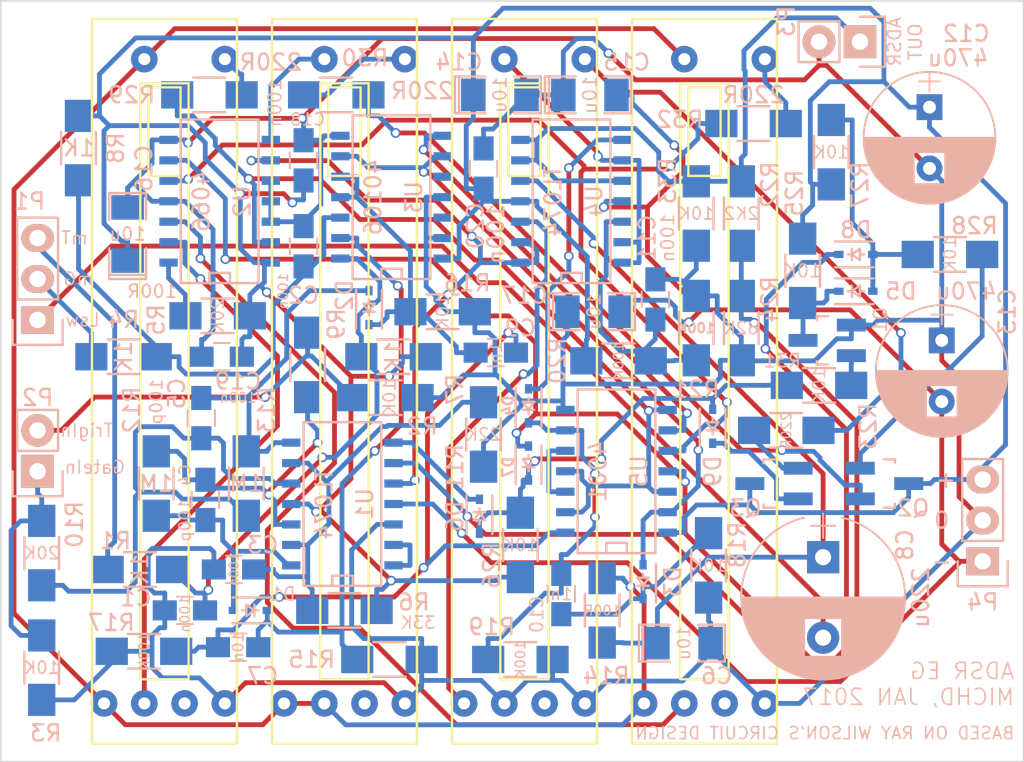
<source format=kicad_pcb>
(kicad_pcb (version 4) (host pcbnew 4.0.4-stable)
  (layers (0 F.Cu signal) (31 B.Cu signal) (34 B.Paste user) (35 F.Paste user) (36 B.SilkS user) (37 F.SilkS user) (38 B.Mask user) (39 F.Mask user) (44 Edge.Cuts user))
  (net 0 "")
  (net 1 GND)
  (net 2 "Net-(C1-Pad2)")
  (net 3 "Net-(C2-Pad2)")
  (net 4 "Net-(C3-Pad1)")
  (net 5 "Net-(C4-Pad1)")
  (net 6 "Net-(C5-Pad1)")
  (net 7 "Net-(C5-Pad2)")
  (net 8 "Net-(C6-Pad1)")
  (net 9 "Net-(C7-Pad1)")
  (net 10 "Net-(C7-Pad2)")
  (net 11 "Net-(C9-Pad1)")
  (net 12 "Net-(C10-Pad1)")
  (net 13 "Net-(C10-Pad2)")
  (net 14 "Net-(C11-Pad2)")
  (net 15 VCC)
  (net 16 VEE)
  (net 17 LongTimesSW)
  (net 18 ManGateBTN)
  (net 19 ManTriggerBTN)
  (net 20 GateInput)
  (net 21 TriggerInput)
  (net 22 OutputLevel)
  (net 23 "Net-(Q1-Pad2)")
  (net 24 "Net-(D5-Pad1)")
  (net 25 "Net-(Q2-Pad1)")
  (net 26 "Net-(Q2-Pad2)")
  (net 27 "Net-(Q3-Pad1)")
  (net 28 "Net-(D9-Pad1)")
  (net 29 "Net-(R5-Pad1)")
  (net 30 "Net-(R14-Pad2)")
  (net 31 "Net-(R22-Pad2)")
  (net 32 SustainState)
  (net 33 "Net-(D5-Pad2)")
  (net 34 A-LED)
  (net 35 AttackState)
  (net 36 D-LED)
  (net 37 S-LED)
  (net 38 R-LED)
  (net 39 ReleaseState)
  (net 40 "Net-(RV1-Pad1)")
  (net 41 "Net-(RV2-Pad1)")
  (net 42 "Net-(RV3-Pad3)")
  (net 43 "Net-(RV4-Pad2)")
  (net 44 "Net-(RV4-Pad3)")
  (net 45 "Net-(D6-Pad1)")
  (net 46 "Net-(U1-Pad13)")
  (net 47 SustainLevel)
  (net 48 DecayState)
  (net 49 "Net-(D3-Pad2)")
  (net 50 "Net-(U3-Pad8)")
  (net 51 "Net-(U3-Pad12)")
  (net 52 "Net-(U3-Pad10)")
  (net 53 "Net-(D4-Pad2)")
  (net 54 "Net-(U5-Pad3)")
  (net 55 "Net-(C4-Pad2)")
  (module Capacitors_SMD:C_0805_HandSoldering (layer B.Cu) (at 37.338 65.278)
    (fp_text reference C1 (at -3.048 -0.762) (layer B.SilkS) (effects (justify mirror)))
    (fp_text value 100n (at 0 0.254 90) (layer B.SilkS) (effects (font (size 0.6 0.6) (thickness 0.085)) (justify mirror)))
    (pad 1 smd rect (at -1.25 0) (size 1.5 1.25) (layers B.Cu B.Paste B.Mask) (net 1 GND))
    (pad 2 smd rect (at 1.25 0) (size 1.5 1.25) (layers B.Cu B.Paste B.Mask) (net 2 "Net-(C1-Pad2)"))
  )
  (module Capacitors_SMD:C_0805_HandSoldering (layer B.Cu) (at 44.704 42.672 270)
    (fp_text reference C2 (at 3.048 0 360) (layer B.SilkS) (effects (justify mirror)))
    (fp_text value 100n (at 2.794 1.27 270) (layer B.SilkS) (effects (font (size 0.6 0.6) (thickness 0.09)) (justify mirror)))
    (pad 1 smd rect (at -1.25 0 270) (size 1.5 1.25) (layers B.Cu B.Paste B.Mask) (net 1 GND))
    (pad 2 smd rect (at 1.25 0 270) (size 1.5 1.25) (layers B.Cu B.Paste B.Mask) (net 3 "Net-(C2-Pad2)"))
  )
  (module Capacitors_SMD:C_0805_HandSoldering (layer B.Cu) (at 40.386 62.738 180)
    (fp_text reference C3 (at -1.778 1.524 180) (layer B.SilkS) (effects (justify mirror)))
    (fp_text value 100n (at 0 0 270) (layer B.SilkS) (effects (font (size 0.55 0.55) (thickness 0.085)) (justify mirror)))
    (pad 1 smd rect (at -1.25 0 180) (size 1.5 1.25) (layers B.Cu B.Paste B.Mask) (net 4 "Net-(C3-Pad1)"))
    (pad 2 smd rect (at 1.25 0 180) (size 1.5 1.25) (layers B.Cu B.Paste B.Mask) (net 1 GND))
  )
  (module Capacitors_SMD:C_0805_HandSoldering (layer B.Cu) (at 38.608 58.42 90)
    (fp_text reference C4 (at 1.524 -1.27 90) (layer B.SilkS) (effects (font (size 0.7 0.7) (thickness 0.105)) (justify mirror)))
    (fp_text value 100p (at -1.27 -1.27 90) (layer B.SilkS) (effects (font (size 0.7 0.7) (thickness 0.105)) (justify mirror)))
    (pad 1 smd rect (at -1.25 0 90) (size 1.5 1.25) (layers B.Cu B.Paste B.Mask) (net 5 "Net-(C4-Pad1)"))
    (pad 2 smd rect (at 1.25 0 90) (size 1.5 1.25) (layers B.Cu B.Paste B.Mask) (net 55 "Net-(C4-Pad2)"))
  )
  (module Capacitors_SMD:C_0805_HandSoldering (layer B.Cu) (at 38.354 53.34 270)
    (fp_text reference C5 (at -1.524 1.524 270) (layer B.SilkS) (effects (justify mirror)))
    (fp_text value 100p (at -1.016 2.794 270) (layer B.SilkS) (effects (font (size 0.75 0.75) (thickness 0.11)) (justify mirror)))
    (pad 1 smd rect (at -1.25 0 270) (size 1.5 1.25) (layers B.Cu B.Paste B.Mask) (net 6 "Net-(C5-Pad1)"))
    (pad 2 smd rect (at 1.25 0 270) (size 1.5 1.25) (layers B.Cu B.Paste B.Mask) (net 7 "Net-(C5-Pad2)"))
  )
  (module SMD_Packages:SMD-1206_Pol (layer B.Cu) (at 68.326 67.31)
    (fp_text reference C6 (at 2.032 2.032) (layer B.SilkS) (effects (justify mirror)))
    (fp_text value 10u (at 0 0 90) (layer B.SilkS) (effects (font (size 0.75 0.75) (thickness 0.1)) (justify mirror)))
    (pad 1 smd rect (at -1.651 0) (size 1.524 2.032) (layers B.Cu B.Paste B.Mask) (net 8 "Net-(C6-Pad1)"))
    (pad 2 smd rect (at 1.651 0) (size 1.524 2.032) (layers B.Cu B.Paste B.Mask) (net 1 GND))
  )
  (module Capacitors_SMD:C_0805_HandSoldering (layer B.Cu) (at 40.64 67.564)
    (fp_text reference C7 (at 1.524 1.778) (layer B.SilkS) (effects (justify mirror)))
    (fp_text value 10n (at 0 0 90) (layer B.SilkS) (effects (font (size 0.65 0.65) (thickness 0.1)) (justify mirror)))
    (pad 1 smd rect (at -1.25 0) (size 1.5 1.25) (layers B.Cu B.Paste B.Mask) (net 9 "Net-(C7-Pad1)"))
    (pad 2 smd rect (at 1.25 0) (size 1.5 1.25) (layers B.Cu B.Paste B.Mask) (net 10 "Net-(C7-Pad2)"))
  )
  (module Capacitors_SMD:C_0805_HandSoldering (layer B.Cu) (at 56.642 49.276)
    (fp_text reference C9 (at 1.524 -1.524) (layer B.SilkS) (effects (justify mirror)))
    (fp_text value 1n (at 0 0 90) (layer B.SilkS) (effects (font (size 0.75 0.75) (thickness 0.1)) (justify mirror)))
    (pad 1 smd rect (at -1.25 0) (size 1.5 1.25) (layers B.Cu B.Paste B.Mask) (net 11 "Net-(C9-Pad1)"))
    (pad 2 smd rect (at 1.25 0) (size 1.5 1.25) (layers B.Cu B.Paste B.Mask) (net 9 "Net-(C7-Pad1)"))
  )
  (module Capacitors_SMD:C_0805_HandSoldering (layer B.Cu) (at 60.706 64.262 270)
    (fp_text reference C10 (at 1.27 1.524 270) (layer B.SilkS) (effects (font (size 0.8 0.8) (thickness 0.11)) (justify mirror)))
    (fp_text value 1n (at 0 0 360) (layer B.SilkS) (effects (font (size 0.75 0.75) (thickness 0.1)) (justify mirror)))
    (pad 1 smd rect (at -1.25 0 270) (size 1.5 1.25) (layers B.Cu B.Paste B.Mask) (net 12 "Net-(C10-Pad1)"))
    (pad 2 smd rect (at 1.25 0 270) (size 1.5 1.25) (layers B.Cu B.Paste B.Mask) (net 13 "Net-(C10-Pad2)"))
  )
  (module Capacitors_SMD:C_0805_HandSoldering (layer B.Cu) (at 66.548 45.974 270)
    (fp_text reference C11 (at -3.81 0.508 270) (layer B.SilkS) (effects (justify mirror)))
    (fp_text value 100n (at -3.81 -0.762 270) (layer B.SilkS) (effects (font (size 0.8 0.8) (thickness 0.11)) (justify mirror)))
    (pad 1 smd rect (at -1.25 0 270) (size 1.5 1.25) (layers B.Cu B.Paste B.Mask) (net 1 GND))
    (pad 2 smd rect (at 1.25 0 270) (size 1.5 1.25) (layers B.Cu B.Paste B.Mask) (net 14 "Net-(C11-Pad2)"))
  )
  (module SMD_Packages:SMD-1206_Pol (layer B.Cu) (at 56.896 33.274)
    (fp_text reference C14 (at -2.54 -2.032) (layer B.SilkS) (effects (justify mirror)))
    (fp_text value 10u (at 0 0 90) (layer B.SilkS) (effects (font (size 0.8 0.8) (thickness 0.11)) (justify mirror)))
    (pad 1 smd rect (at -1.651 0) (size 1.524 2.032) (layers B.Cu B.Paste B.Mask) (net 15 VCC))
    (pad 2 smd rect (at 1.651 0) (size 1.524 2.032) (layers B.Cu B.Paste B.Mask) (net 1 GND))
  )
  (module SMD_Packages:SMD-1206_Pol (layer B.Cu) (at 62.484 33.274)
    (fp_text reference C15 (at 2.286 -2.032) (layer B.SilkS) (effects (justify mirror)))
    (fp_text value 10u (at 0 0 90) (layer B.SilkS) (effects (font (size 0.85 0.85) (thickness 0.11)) (justify mirror)))
    (pad 1 smd rect (at -1.651 0) (size 1.524 2.032) (layers B.Cu B.Paste B.Mask) (net 1 GND))
    (pad 2 smd rect (at 1.651 0) (size 1.524 2.032) (layers B.Cu B.Paste B.Mask) (net 16 VEE))
  )
  (module SMD_Packages:SMD-1206_Pol (layer B.Cu) (at 33.782 41.91 90)
    (fp_text reference C16 (at 4.064 1.016 90) (layer B.SilkS) (effects (justify mirror)))
    (fp_text value 10u (at 0 0 180) (layer B.SilkS) (effects (font (size 0.8 0.8) (thickness 0.11)) (justify mirror)))
    (pad 1 smd rect (at -1.651 0 90) (size 1.524 2.032) (layers B.Cu B.Paste B.Mask) (net 15 VCC))
    (pad 2 smd rect (at 1.651 0 90) (size 1.524 2.032) (layers B.Cu B.Paste B.Mask) (net 1 GND))
  )
  (module SMD_Packages:SMD-1206_Pol (layer B.Cu) (at 62.738 46.736)
    (fp_text reference C17 (at -4.318 -1.016) (layer B.SilkS) (effects (justify mirror)))
    (fp_text value 10u (at 0 0 90) (layer B.SilkS) (effects (font (size 0.8 0.8) (thickness 0.11)) (justify mirror)))
    (pad 1 smd rect (at -1.651 0) (size 1.524 2.032) (layers B.Cu B.Paste B.Mask) (net 1 GND))
    (pad 2 smd rect (at 1.651 0) (size 1.524 2.032) (layers B.Cu B.Paste B.Mask) (net 16 VEE))
  )
  (module Capacitors_SMD:C_0805_HandSoldering (layer B.Cu) (at 44.704 37.338 270)
    (fp_text reference C18 (at -2.54 -0.254 360) (layer B.SilkS) (effects (font (size 0.75 0.75) (thickness 0.1)) (justify mirror)))
    (fp_text value 100n (at -3.556 1.778 270) (layer B.SilkS) (effects (font (size 0.8 0.8) (thickness 0.1)) (justify mirror)))
    (pad 1 smd rect (at -1.25 0 270) (size 1.5 1.25) (layers B.Cu B.Paste B.Mask) (net 1 GND))
    (pad 2 smd rect (at 1.25 0 270) (size 1.5 1.25) (layers B.Cu B.Paste B.Mask) (net 15 VCC))
  )
  (module Capacitors_SMD:C_0805_HandSoldering (layer B.Cu) (at 39.624 49.53)
    (fp_text reference C19 (at 1.016 1.524) (layer B.SilkS) (effects (justify mirror)))
    (fp_text value 100n (at 1.016 2.54) (layer B.SilkS) (effects (font (size 0.6 0.6) (thickness 0.09)) (justify mirror)))
    (pad 1 smd rect (at -1.25 0) (size 1.5 1.25) (layers B.Cu B.Paste B.Mask) (net 1 GND))
    (pad 2 smd rect (at 1.25 0) (size 1.5 1.25) (layers B.Cu B.Paste B.Mask) (net 15 VCC))
  )
  (module Capacitors_SMD:C_0805_HandSoldering (layer B.Cu) (at 55.88 37.846 270)
    (fp_text reference C20 (at 3.556 0.508 270) (layer B.SilkS) (effects (justify mirror)))
    (fp_text value 100n (at 4.064 -0.762 270) (layer B.SilkS) (effects (justify mirror)))
    (pad 1 smd rect (at -1.25 0 270) (size 1.5 1.25) (layers B.Cu B.Paste B.Mask) (net 1 GND))
    (pad 2 smd rect (at 1.25 0 270) (size 1.5 1.25) (layers B.Cu B.Paste B.Mask) (net 15 VCC))
  )
  (module Pin_Headers:Pin_Header_Straight_1x03 (layer B.Cu) (at 28.194 47.244)
    (fp_text reference P1 (at -0.508 -7.366) (layer B.SilkS) (effects (justify mirror)))
    (fp_text value CONN_01X03 hide)
    (pad 1 thru_hole rect (at 0 0) (size 2.032 1.7272) (drill 1.016) (layers *.Cu *.Mask B.SilkS) (net 17 LongTimesSW))
    (pad 2 thru_hole oval (at 0 -2.54) (size 2.032 1.7272) (drill 1.016) (layers *.Cu *.Mask B.SilkS) (net 18 ManGateBTN))
    (pad 3 thru_hole oval (at 0 -5.08) (size 2.032 1.7272) (drill 1.016) (layers *.Cu *.Mask B.SilkS) (net 19 ManTriggerBTN))
  )
  (module Pin_Headers:Pin_Header_Straight_1x02 (layer B.Cu) (at 28.194 56.642)
    (fp_text reference P2 (at 0 -4.572) (layer B.SilkS) (effects (justify mirror)))
    (fp_text value CONN_01X02 hide)
    (pad 1 thru_hole rect (at 0 0) (size 2.032 2.032) (drill 1.016) (layers *.Cu *.Mask B.SilkS) (net 20 GateInput))
    (pad 2 thru_hole oval (at 0 -2.54) (size 2.032 2.032) (drill 1.016) (layers *.Cu *.Mask B.SilkS) (net 21 TriggerInput))
  )
  (module Pin_Headers:Pin_Header_Straight_1x02 (layer B.Cu) (at 79.248 29.972 90)
    (fp_text reference P3 (at 1.27 -4.572 90) (layer B.SilkS) (effects (justify mirror)))
    (fp_text value CONN_01X02 hide)
    (pad 1 thru_hole rect (at 0 0 90) (size 2.032 2.032) (drill 1.016) (layers *.Cu *.Mask B.SilkS) (net 22 OutputLevel))
    (pad 2 thru_hole oval (at 0 -2.54 90) (size 2.032 2.032) (drill 1.016) (layers *.Cu *.Mask B.SilkS) (net 1 GND))
  )
  (module Pin_Headers:Pin_Header_Straight_1x03 (layer B.Cu) (at 86.868 62.23)
    (fp_text reference P4 (at 0 2.54) (layer B.SilkS) (effects (justify mirror)))
    (fp_text value CONN_01X03 hide)
    (pad 1 thru_hole rect (at 0 0) (size 2.032 1.7272) (drill 1.016) (layers *.Cu *.Mask B.SilkS) (net 16 VEE))
    (pad 2 thru_hole oval (at 0 -2.54) (size 2.032 1.7272) (drill 1.016) (layers *.Cu *.Mask B.SilkS) (net 1 GND))
    (pad 3 thru_hole oval (at 0 -5.08) (size 2.032 1.7272) (drill 1.016) (layers *.Cu *.Mask B.SilkS) (net 15 VCC))
  )
  (module TO_SOT_Packages_SMD:SOT-23_Handsoldering (layer B.Cu) (at 77.216 48.514 270)
    (fp_text reference Q1 (at -1.27 -3.302 270) (layer B.SilkS) (effects (font (size 0.8 0.8) (thickness 0.11)) (justify mirror)))
    (fp_text value Q_NPN_EBC hide)
    (pad 1 smd rect (at -0.95 -1.50114 270) (size 0.8001 1.80086) (layers B.Cu B.Paste B.Mask) (net 1 GND))
    (pad 2 smd rect (at 0.95 -1.50114 270) (size 0.8001 1.80086) (layers B.Cu B.Paste B.Mask) (net 23 "Net-(Q1-Pad2)"))
    (pad 3 smd rect (at 0 1.50114 270) (size 0.8001 1.80086) (layers B.Cu B.Paste B.Mask) (net 24 "Net-(D5-Pad1)"))
  )
  (module TO_SOT_Packages_SMD:SOT-23_Handsoldering (layer B.Cu) (at 80.772 57.404 90)
    (fp_text reference Q2 (at -1.524 1.778 180) (layer B.SilkS) (effects (justify mirror)))
    (fp_text value Q_NPN_EBC hide)
    (pad 1 smd rect (at -0.95 -1.50114 90) (size 0.8001 1.80086) (layers B.Cu B.Paste B.Mask) (net 25 "Net-(Q2-Pad1)"))
    (pad 2 smd rect (at 0.95 -1.50114 90) (size 0.8001 1.80086) (layers B.Cu B.Paste B.Mask) (net 26 "Net-(Q2-Pad2)"))
    (pad 3 smd rect (at 0 1.50114 90) (size 0.8001 1.80086) (layers B.Cu B.Paste B.Mask) (net 15 VCC))
  )
  (module TO_SOT_Packages_SMD:SOT-23_Handsoldering (layer B.Cu) (at 73.914 57.404 270)
    (fp_text reference Q3 (at 1.524 1.778 360) (layer B.SilkS) (effects (justify mirror)))
    (fp_text value Q_NPN_EBC hide)
    (pad 1 smd rect (at -0.95 -1.50114 270) (size 0.8001 1.80086) (layers B.Cu B.Paste B.Mask) (net 27 "Net-(Q3-Pad1)"))
    (pad 2 smd rect (at 0.95 -1.50114 270) (size 0.8001 1.80086) (layers B.Cu B.Paste B.Mask) (net 28 "Net-(D9-Pad1)"))
    (pad 3 smd rect (at 0 1.50114 270) (size 0.8001 1.80086) (layers B.Cu B.Paste B.Mask) (net 15 VCC))
  )
  (module Resistors_SMD:R_1206_HandSoldering (layer B.Cu) (at 34.544 62.738 180)
    (fp_text reference R1 (at 1.524 1.778 180) (layer B.SilkS) (effects (justify mirror)))
    (fp_text value 1K (at 0 0 270) (layer B.SilkS) (effects (justify mirror)))
    (pad 1 smd rect (at -2 0 180) (size 2 1.7) (layers B.Cu B.Paste B.Mask) (net 2 "Net-(C1-Pad2)"))
    (pad 2 smd rect (at 2 0 180) (size 2 1.7) (layers B.Cu B.Paste B.Mask) (net 19 ManTriggerBTN))
  )
  (module Resistors_SMD:R_1206_HandSoldering (layer B.Cu) (at 49.784 52.07)
    (fp_text reference R2 (at 2.286 1.778) (layer B.SilkS) (effects (justify mirror)))
    (fp_text value 10K (at 0.254 0 90) (layer B.SilkS) (effects (font (size 0.75 0.75) (thickness 0.1)) (justify mirror)))
    (pad 1 smd rect (at -2 0) (size 2 1.7) (layers B.Cu B.Paste B.Mask) (net 21 TriggerInput))
    (pad 2 smd rect (at 2 0) (size 2 1.7) (layers B.Cu B.Paste B.Mask) (net 1 GND))
  )
  (module Resistors_SMD:R_1206_HandSoldering (layer B.Cu) (at 28.448 68.834 270)
    (fp_text reference R3 (at 4.064 -0.254 360) (layer B.SilkS) (effects (justify mirror)))
    (fp_text value 10K (at 0 0 360) (layer B.SilkS) (effects (font (size 0.75 0.75) (thickness 0.11)) (justify mirror)))
    (pad 1 smd rect (at -2 0 270) (size 2 1.7) (layers B.Cu B.Paste B.Mask) (net 20 GateInput))
    (pad 2 smd rect (at 2 0 270) (size 2 1.7) (layers B.Cu B.Paste B.Mask) (net 1 GND))
  )
  (module Resistors_SMD:R_1206_HandSoldering (layer B.Cu) (at 33.528 49.53 180)
    (fp_text reference R4 (at 0 2.3 180) (layer B.SilkS) (effects (justify mirror)))
    (fp_text value 1K (at 0 0 270) (layer B.SilkS) (effects (justify mirror)))
    (pad 1 smd rect (at -2 0 180) (size 2 1.7) (layers B.Cu B.Paste B.Mask) (net 3 "Net-(C2-Pad2)"))
    (pad 2 smd rect (at 2 0 180) (size 2 1.7) (layers B.Cu B.Paste B.Mask) (net 18 ManGateBTN))
  )
  (module Resistors_SMD:R_1206_HandSoldering (layer B.Cu) (at 39.37 46.99)
    (fp_text reference R5 (at -3.81 0.254 90) (layer B.SilkS) (effects (justify mirror)))
    (fp_text value 100R (at -4.064 -1.524) (layer B.SilkS) (effects (font (size 0.8 0.8) (thickness 0.11)) (justify mirror)))
    (pad 1 smd rect (at -2 0) (size 2 1.7) (layers B.Cu B.Paste B.Mask) (net 29 "Net-(R5-Pad1)"))
    (pad 2 smd rect (at 2 0) (size 2 1.7) (layers B.Cu B.Paste B.Mask) (net 15 VCC))
  )
  (module Resistors_SMD:R_1206_HandSoldering (layer B.Cu) (at 47.244 65.278)
    (fp_text reference R6 (at 4.318 -0.508) (layer B.SilkS) (effects (justify mirror)))
    (fp_text value 33K (at 4.572 0.762 180) (layer B.SilkS) (effects (font (size 0.75 0.75) (thickness 0.1)) (justify mirror)))
    (pad 1 smd rect (at -2 0) (size 2 1.7) (layers B.Cu B.Paste B.Mask) (net 4 "Net-(C3-Pad1)"))
    (pad 2 smd rect (at 2 0) (size 2 1.7) (layers B.Cu B.Paste B.Mask) (net 15 VCC))
  )
  (module Resistors_SMD:R_1206_HandSoldering (layer B.Cu) (at 50.292 49.53)
    (fp_text reference R7 (at 3.81 2.032 90) (layer B.SilkS) (effects (justify mirror)))
    (fp_text value 1K (at 0 0 90) (layer B.SilkS) (effects (justify mirror)))
    (pad 1 smd rect (at -2 0) (size 2 1.7) (layers B.Cu B.Paste B.Mask) (net 2 "Net-(C1-Pad2)"))
    (pad 2 smd rect (at 2 0) (size 2 1.7) (layers B.Cu B.Paste B.Mask) (net 15 VCC))
  )
  (module Resistors_SMD:R_1206_HandSoldering (layer B.Cu) (at 30.734 36.576 90)
    (fp_text reference R8 (at 0 2.3 90) (layer B.SilkS) (effects (justify mirror)))
    (fp_text value 1K (at 0 0 180) (layer B.SilkS) (effects (justify mirror)))
    (pad 1 smd rect (at -2 0 90) (size 2 1.7) (layers B.Cu B.Paste B.Mask) (net 3 "Net-(C2-Pad2)"))
    (pad 2 smd rect (at 2 0 90) (size 2 1.7) (layers B.Cu B.Paste B.Mask) (net 15 VCC))
  )
  (module Resistors_SMD:R_1206_HandSoldering (layer B.Cu) (at 44.958 50.038 90)
    (fp_text reference R9 (at 2.54 1.778 90) (layer B.SilkS) (effects (justify mirror)))
    (fp_text value 20K (at 3.048 -5.588 90) (layer B.SilkS) (effects (font (size 0.75 0.75) (thickness 0.1)) (justify mirror)))
    (pad 1 smd rect (at -2 0 90) (size 2 1.7) (layers B.Cu B.Paste B.Mask) (net 55 "Net-(C4-Pad2)"))
    (pad 2 smd rect (at 2 0 90) (size 2 1.7) (layers B.Cu B.Paste B.Mask) (net 21 TriggerInput))
  )
  (module Resistors_SMD:R_1206_HandSoldering (layer B.Cu) (at 28.448 61.722 90)
    (fp_text reference R10 (at 1.778 2.032 90) (layer B.SilkS) (effects (justify mirror)))
    (fp_text value 20K (at 0 0 180) (layer B.SilkS) (effects (font (size 0.75 0.75) (thickness 0.11)) (justify mirror)))
    (pad 1 smd rect (at -2 0 90) (size 2 1.7) (layers B.Cu B.Paste B.Mask) (net 7 "Net-(C5-Pad2)"))
    (pad 2 smd rect (at 2 0 90) (size 2 1.7) (layers B.Cu B.Paste B.Mask) (net 20 GateInput))
  )
  (module Resistors_SMD:R_1206_HandSoldering (layer B.Cu) (at 55.88 54.356 90)
    (fp_text reference R11 (at -2.032 -1.778 90) (layer B.SilkS) (effects (justify mirror)))
    (fp_text value 22K (at 0 0 180) (layer B.SilkS) (effects (font (size 0.75 0.75) (thickness 0.1)) (justify mirror)))
    (pad 1 smd rect (at -2 0 90) (size 2 1.7) (layers B.Cu B.Paste B.Mask) (net 1 GND))
    (pad 2 smd rect (at 2 0 90) (size 2 1.7) (layers B.Cu B.Paste B.Mask) (net 4 "Net-(C3-Pad1)"))
  )
  (module Resistors_SMD:R_1206_HandSoldering (layer B.Cu) (at 35.56 57.404 90)
    (fp_text reference R12 (at 4.572 -1.524 90) (layer B.SilkS) (effects (justify mirror)))
    (fp_text value 1M (at 0 0 180) (layer B.SilkS) (effects (justify mirror)))
    (pad 1 smd rect (at -2 0 90) (size 2 1.7) (layers B.Cu B.Paste B.Mask) (net 5 "Net-(C4-Pad1)"))
    (pad 2 smd rect (at 2 0 90) (size 2 1.7) (layers B.Cu B.Paste B.Mask) (net 55 "Net-(C4-Pad2)"))
  )
  (module Resistors_SMD:R_1206_HandSoldering (layer B.Cu) (at 41.148 57.404 270)
    (fp_text reference R13 (at -4.572 -1.27 270) (layer B.SilkS) (effects (justify mirror)))
    (fp_text value 1M (at 0 0 360) (layer B.SilkS) (effects (justify mirror)))
    (pad 1 smd rect (at -2 0 270) (size 2 1.7) (layers B.Cu B.Paste B.Mask) (net 6 "Net-(C5-Pad1)"))
    (pad 2 smd rect (at 2 0 270) (size 2 1.7) (layers B.Cu B.Paste B.Mask) (net 7 "Net-(C5-Pad2)"))
  )
  (module Resistors_SMD:R_1206_HandSoldering (layer B.Cu) (at 63.246 65.278 90)
    (fp_text reference R14 (at -4.064 0.254 180) (layer B.SilkS) (effects (justify mirror)))
    (fp_text value 100R (at 0 0 180) (layer B.SilkS) (effects (font (size 0.6 0.6) (thickness 0.09)) (justify mirror)))
    (pad 1 smd rect (at -2 0 90) (size 2 1.7) (layers B.Cu B.Paste B.Mask) (net 8 "Net-(C6-Pad1)"))
    (pad 2 smd rect (at 2 0 90) (size 2 1.7) (layers B.Cu B.Paste B.Mask) (net 30 "Net-(R14-Pad2)"))
  )
  (module Resistors_SMD:R_1206_HandSoldering (layer B.Cu) (at 50.038 68.326)
    (fp_text reference R15 (at -4.826 0) (layer B.SilkS) (effects (justify mirror)))
    (fp_text value 10K)
    (pad 1 smd rect (at -2 0) (size 2 1.7) (layers B.Cu B.Paste B.Mask) (net 10 "Net-(C7-Pad2)"))
    (pad 2 smd rect (at 2 0) (size 2 1.7) (layers B.Cu B.Paste B.Mask) (net 1 GND))
  )
  (module Resistors_SMD:R_1206_HandSoldering (layer B.Cu) (at 53.34 46.736)
    (fp_text reference R16 (at 1.524 -1.778) (layer B.SilkS) (effects (justify mirror)))
    (fp_text value 10K (at 0 0 90) (layer B.SilkS) (effects (font (size 0.75 0.75) (thickness 0.1)) (justify mirror)))
    (pad 1 smd rect (at -2 0) (size 2 1.7) (layers B.Cu B.Paste B.Mask) (net 11 "Net-(C9-Pad1)"))
    (pad 2 smd rect (at 2 0) (size 2 1.7) (layers B.Cu B.Paste B.Mask) (net 1 GND))
  )
  (module Resistors_SMD:R_1206_HandSoldering (layer B.Cu) (at 34.798 67.818 180)
    (fp_text reference R17 (at 2.032 1.778 180) (layer B.SilkS) (effects (justify mirror)))
    (fp_text value 100K (at 0 0 270) (layer B.SilkS) (effects (font (size 0.6 0.6) (thickness 0.09)) (justify mirror)))
    (pad 1 smd rect (at -2 0 180) (size 2 1.7) (layers B.Cu B.Paste B.Mask) (net 9 "Net-(C7-Pad1)"))
    (pad 2 smd rect (at 2 0 180) (size 2 1.7) (layers B.Cu B.Paste B.Mask) (net 1 GND))
  )
  (module Resistors_SMD:R_1206_HandSoldering (layer B.Cu) (at 69.85 62.484 270)
    (fp_text reference R18 (at -1.27 -1.778 270) (layer B.SilkS) (effects (justify mirror)))
    (fp_text value 10K (at 0 0 360) (layer B.SilkS) (effects (font (size 0.75 0.75) (thickness 0.1)) (justify mirror)))
    (pad 1 smd rect (at -2 0 270) (size 2 1.7) (layers B.Cu B.Paste B.Mask) (net 13 "Net-(C10-Pad2)"))
    (pad 2 smd rect (at 2 0 270) (size 2 1.7) (layers B.Cu B.Paste B.Mask) (net 1 GND))
  )
  (module Resistors_SMD:R_1206_HandSoldering (layer B.Cu) (at 58.166 68.326)
    (fp_text reference R19 (at -1.778 -2.032) (layer B.SilkS) (effects (justify mirror)))
    (fp_text value 100K (at 0 0 90) (layer B.SilkS) (effects (font (size 0.6 0.6) (thickness 0.09)) (justify mirror)))
    (pad 1 smd rect (at -2 0) (size 2 1.7) (layers B.Cu B.Paste B.Mask) (net 12 "Net-(C10-Pad1)"))
    (pad 2 smd rect (at 2 0) (size 2 1.7) (layers B.Cu B.Paste B.Mask) (net 1 GND))
  )
  (module Resistors_SMD:R_1206_HandSoldering (layer B.Cu) (at 64.262 49.784)
    (fp_text reference R20 (at -3.81 0 90) (layer B.SilkS) (effects (justify mirror)))
    (fp_text value 100K (at 0 0 90) (layer B.SilkS) (effects (font (size 0.6 0.6) (thickness 0.09)) (justify mirror)))
    (pad 1 smd rect (at -2 0) (size 2 1.7) (layers B.Cu B.Paste B.Mask) (net 15 VCC))
    (pad 2 smd rect (at 2 0) (size 2 1.7) (layers B.Cu B.Paste B.Mask) (net 14 "Net-(C11-Pad2)"))
  )
  (module Resistors_SMD:R_1206_HandSoldering (layer B.Cu) (at 69.088 47.752 90)
    (fp_text reference R21 (at -3.81 0 180) (layer B.SilkS) (effects (justify mirror)))
    (fp_text value 100K (at 0 0 180) (layer B.SilkS) (effects (font (size 0.6 0.6) (thickness 0.14)) (justify mirror)))
    (pad 1 smd rect (at -2 0 90) (size 2 1.7) (layers B.Cu B.Paste B.Mask) (net 14 "Net-(C11-Pad2)"))
    (pad 2 smd rect (at 2 0 90) (size 2 1.7) (layers B.Cu B.Paste B.Mask) (net 1 GND))
  )
  (module Resistors_SMD:R_1206_HandSoldering (layer B.Cu) (at 71.882 40.64 270)
    (fp_text reference R22 (at -1.778 -1.778 270) (layer B.SilkS) (effects (justify mirror)))
    (fp_text value 2K2 (at 0 0 360) (layer B.SilkS) (effects (font (size 0.75 0.75) (thickness 0.1)) (justify mirror)))
    (pad 1 smd rect (at -2 0 270) (size 2 1.7) (layers B.Cu B.Paste B.Mask) (net 22 OutputLevel))
    (pad 2 smd rect (at 2 0 270) (size 2 1.7) (layers B.Cu B.Paste B.Mask) (net 31 "Net-(R22-Pad2)"))
  )
  (module Resistors_SMD:R_1206_HandSoldering (layer B.Cu) (at 76.708 51.308 180)
    (fp_text reference R23 (at -3.048 -2.54 270) (layer B.SilkS) (effects (justify mirror)))
    (fp_text value 10K (at 0 0 270) (layer B.SilkS) (effects (font (size 0.75 0.75) (thickness 0.1)) (justify mirror)))
    (pad 1 smd rect (at -2 0 180) (size 2 1.7) (layers B.Cu B.Paste B.Mask) (net 23 "Net-(Q1-Pad2)"))
    (pad 2 smd rect (at 2 0 180) (size 2 1.7) (layers B.Cu B.Paste B.Mask) (net 32 SustainState))
  )
  (module Resistors_SMD:R_1206_HandSoldering (layer B.Cu) (at 71.882 47.752 270)
    (fp_text reference R24 (at -1.778 -1.778 270) (layer B.SilkS) (effects (justify mirror)))
    (fp_text value 82K (at 0 0 360) (layer B.SilkS) (effects (font (size 0.75 0.75) (thickness 0.1)) (justify mirror)))
    (pad 1 smd rect (at -2 0 270) (size 2 1.7) (layers B.Cu B.Paste B.Mask) (net 31 "Net-(R22-Pad2)"))
    (pad 2 smd rect (at 2 0 270) (size 2 1.7) (layers B.Cu B.Paste B.Mask) (net 1 GND))
  )
  (module Resistors_SMD:R_1206_HandSoldering (layer B.Cu) (at 75.692 44.196 90)
    (fp_text reference R25 (at 4.826 -0.508 90) (layer B.SilkS) (effects (justify mirror)))
    (fp_text value 10K (at 0 0 180) (layer B.SilkS) (effects (font (size 0.8 0.8) (thickness 0.11)) (justify mirror)))
    (pad 1 smd rect (at -2 0 90) (size 2 1.7) (layers B.Cu B.Paste B.Mask) (net 24 "Net-(D5-Pad1)"))
    (pad 2 smd rect (at 2 0 90) (size 2 1.7) (layers B.Cu B.Paste B.Mask) (net 15 VCC))
  )
  (module Resistors_SMD:R_1206_HandSoldering (layer B.Cu) (at 58.166 61.214 90)
    (fp_text reference R26 (at -1.27 -1.778 90) (layer B.SilkS) (effects (justify mirror)))
    (fp_text value 10K (at 0 0 180) (layer B.SilkS) (effects (font (size 0.75 0.75) (thickness 0.1)) (justify mirror)))
    (pad 1 smd rect (at -2 0 90) (size 2 1.7) (layers B.Cu B.Paste B.Mask) (net 15 VCC))
    (pad 2 smd rect (at 2 0 90) (size 2 1.7) (layers B.Cu B.Paste B.Mask) (net 32 SustainState))
  )
  (module Resistors_SMD:R_1206_HandSoldering (layer B.Cu) (at 77.47 36.83 270)
    (fp_text reference R27 (at 2.032 -1.778 270) (layer B.SilkS) (effects (justify mirror)))
    (fp_text value 10K (at 0 0 360) (layer B.SilkS) (effects (font (size 0.75 0.75) (thickness 0.1)) (justify mirror)))
    (pad 1 smd rect (at -2 0 270) (size 2 1.7) (layers B.Cu B.Paste B.Mask) (net 33 "Net-(D5-Pad2)"))
    (pad 2 smd rect (at 2 0 270) (size 2 1.7) (layers B.Cu B.Paste B.Mask) (net 15 VCC))
  )
  (module Resistors_SMD:R_1206_HandSoldering (layer B.Cu) (at 84.836 43.18)
    (fp_text reference R28 (at 1.524 -1.778) (layer B.SilkS) (effects (justify mirror)))
    (fp_text value 10K (at 0 0 90) (layer B.SilkS) (effects (font (size 0.75 0.75) (thickness 0.1)) (justify mirror)))
    (pad 1 smd rect (at -2 0) (size 2 1.7) (layers B.Cu B.Paste B.Mask) (net 33 "Net-(D5-Pad2)"))
    (pad 2 smd rect (at 2 0) (size 2 1.7) (layers B.Cu B.Paste B.Mask) (net 26 "Net-(Q2-Pad2)"))
  )
  (module Resistors_SMD:R_1206_HandSoldering (layer B.Cu) (at 38.862 33.274 180)
    (fp_text reference R29 (at 4.826 0 180) (layer B.SilkS) (effects (justify mirror)))
    (fp_text value 220R (at -3.81 2.032 180) (layer B.SilkS) (effects (justify mirror)))
    (pad 1 smd rect (at -2 0 180) (size 2 1.7) (layers B.Cu B.Paste B.Mask) (net 34 A-LED))
    (pad 2 smd rect (at 2 0 180) (size 2 1.7) (layers B.Cu B.Paste B.Mask) (net 35 AttackState))
  )
  (module Resistors_SMD:R_1206_HandSoldering (layer B.Cu) (at 46.736 33.274)
    (fp_text reference R30 (at 1.778 -2.286) (layer B.SilkS) (effects (justify mirror)))
    (fp_text value 220R (at 5.334 -0.254) (layer B.SilkS) (effects (justify mirror)))
    (pad 1 smd rect (at -2 0) (size 2 1.7) (layers B.Cu B.Paste B.Mask) (net 36 D-LED))
    (pad 2 smd rect (at 2 0) (size 2 1.7) (layers B.Cu B.Paste B.Mask) (net 25 "Net-(Q2-Pad1)"))
  )
  (module Resistors_SMD:R_1206_HandSoldering (layer B.Cu) (at 74.676 54.102 180)
    (fp_text reference R31 (at 0.254 4.318 180) (layer B.SilkS) (effects (font (size 0.8 0.8) (thickness 0.12)) (justify mirror)))
    (fp_text value 220R (at 0 0 270) (layer B.SilkS) (effects (font (size 0.6 0.6) (thickness 0.09)) (justify mirror)))
    (pad 1 smd rect (at -2 0 180) (size 2 1.7) (layers B.Cu B.Paste B.Mask) (net 37 S-LED))
    (pad 2 smd rect (at 2 0 180) (size 2 1.7) (layers B.Cu B.Paste B.Mask) (net 27 "Net-(Q3-Pad1)"))
  )
  (module Resistors_SMD:R_1206_HandSoldering (layer B.Cu) (at 72.644 35.052 180)
    (fp_text reference R32 (at 4.572 0.254 180) (layer B.SilkS) (effects (justify mirror)))
    (fp_text value 220R (at 0 1.778 180) (layer B.SilkS) (effects (justify mirror)))
    (pad 1 smd rect (at -2 0 180) (size 2 1.7) (layers B.Cu B.Paste B.Mask) (net 38 R-LED))
    (pad 2 smd rect (at 2 0 180) (size 2 1.7) (layers B.Cu B.Paste B.Mask) (net 39 ReleaseState))
  )
  (module Resistors_SMD:R_1206_HandSoldering (layer B.Cu) (at 69.088 40.64 270)
    (fp_text reference R33 (at -2.032 1.778 270) (layer B.SilkS) (effects (justify mirror)))
    (fp_text value 10K (at 0 0 360) (layer B.SilkS) (effects (font (size 0.75 0.75) (thickness 0.1)) (justify mirror)))
    (pad 1 smd rect (at -2 0 270) (size 2 1.7) (layers B.Cu B.Paste B.Mask) (net 22 OutputLevel))
    (pad 2 smd rect (at 2 0 270) (size 2 1.7) (layers B.Cu B.Paste B.Mask) (net 1 GND))
  )
  (module "Bourns PTL:Bourns PTL30-X" (layer F.Cu) (at 36.068 51.054)
    (fp_text reference RV1 hide)
    (fp_text value LED-POT hide)
    (pad 1 thru_hole circle (at -1.25 20) (size 1.65 1.65) (drill 0.75) (layers *.Cu *.Mask) (net 40 "Net-(RV1-Pad1)"))
    (pad 2 thru_hole circle (at -3.75 20) (size 1.65 1.65) (drill 0.75) (layers *.Cu *.Mask) (net 30 "Net-(R14-Pad2)"))
    (pad L thru_hole circle (at 1.25 20) (size 1.65 1.65) (drill 0.75) (layers *.Cu *.Mask))
    (pad E thru_hole circle (at 3.75 20) (size 1.65 1.65) (drill 0.75) (layers *.Cu *.Mask) (net 1 GND))
    (pad 3 thru_hole circle (at -1.25 -20) (size 1.65 1.65) (drill 0.75) (layers *.Cu *.Mask) (net 30 "Net-(R14-Pad2)"))
    (pad B thru_hole circle (at 3.75 -20) (size 1.65 1.65) (drill 0.75) (layers *.Cu *.Mask) (net 34 A-LED))
  )
  (module "Bourns PTL:Bourns PTL30-X" (layer F.Cu) (at 69.596 51.054)
    (fp_text reference RV2 hide)
    (fp_text value LED-POT hide)
    (pad 1 thru_hole circle (at -1.25 20) (size 1.65 1.65) (drill 0.75) (layers *.Cu *.Mask) (net 41 "Net-(RV2-Pad1)"))
    (pad 2 thru_hole circle (at -3.75 20) (size 1.65 1.65) (drill 0.75) (layers *.Cu *.Mask) (net 30 "Net-(R14-Pad2)"))
    (pad L thru_hole circle (at 1.25 20) (size 1.65 1.65) (drill 0.75) (layers *.Cu *.Mask))
    (pad E thru_hole circle (at 3.75 20) (size 1.65 1.65) (drill 0.75) (layers *.Cu *.Mask) (net 1 GND))
    (pad 3 thru_hole circle (at -1.25 -20) (size 1.65 1.65) (drill 0.75) (layers *.Cu *.Mask) (net 30 "Net-(R14-Pad2)"))
    (pad B thru_hole circle (at 3.75 -20) (size 1.65 1.65) (drill 0.75) (layers *.Cu *.Mask) (net 38 R-LED))
  )
  (module "Bourns PTL:Bourns PTL30-X" (layer F.Cu) (at 47.244 51.054)
    (fp_text reference RV3 hide)
    (fp_text value LED-POT hide)
    (pad 1 thru_hole circle (at -1.25 20) (size 1.65 1.65) (drill 0.75) (layers *.Cu *.Mask) (net 30 "Net-(R14-Pad2)"))
    (pad 2 thru_hole circle (at -3.75 20) (size 1.65 1.65) (drill 0.75) (layers *.Cu *.Mask) (net 30 "Net-(R14-Pad2)"))
    (pad L thru_hole circle (at 1.25 20) (size 1.65 1.65) (drill 0.75) (layers *.Cu *.Mask))
    (pad E thru_hole circle (at 3.75 20) (size 1.65 1.65) (drill 0.75) (layers *.Cu *.Mask) (net 1 GND))
    (pad 3 thru_hole circle (at -1.25 -20) (size 1.65 1.65) (drill 0.75) (layers *.Cu *.Mask) (net 42 "Net-(RV3-Pad3)"))
    (pad B thru_hole circle (at 3.75 -20) (size 1.65 1.65) (drill 0.75) (layers *.Cu *.Mask) (net 36 D-LED))
  )
  (module "Bourns PTL:Bourns PTL30-X" (layer F.Cu) (at 58.42 51.054)
    (fp_text reference RV4 hide)
    (fp_text value LED-POT hide)
    (pad 1 thru_hole circle (at -1.25 20) (size 1.65 1.65) (drill 0.75) (layers *.Cu *.Mask) (net 1 GND))
    (pad 2 thru_hole circle (at -3.75 20) (size 1.65 1.65) (drill 0.75) (layers *.Cu *.Mask) (net 43 "Net-(RV4-Pad2)"))
    (pad L thru_hole circle (at 1.25 20) (size 1.65 1.65) (drill 0.75) (layers *.Cu *.Mask))
    (pad E thru_hole circle (at 3.75 20) (size 1.65 1.65) (drill 0.75) (layers *.Cu *.Mask) (net 1 GND))
    (pad 3 thru_hole circle (at -1.25 -20) (size 1.65 1.65) (drill 0.75) (layers *.Cu *.Mask) (net 44 "Net-(RV4-Pad3)"))
    (pad B thru_hole circle (at 3.75 -20) (size 1.65 1.65) (drill 0.75) (layers *.Cu *.Mask) (net 37 S-LED))
  )
  (module SMD_Packages:SOIC-14_N (layer B.Cu) (at 47.244 58.674 90)
    (fp_text reference U1 (at 0 1.27 90) (layer B.SilkS) (effects (justify mirror)))
    (fp_text value TL074 (at 0 -1.27 90) (layer B.SilkS) (effects (justify mirror)))
    (pad 1 smd rect (at -3.81 -3.302 90) (size 0.508 1.143) (layers B.Cu B.Paste B.Mask) (net 5 "Net-(C4-Pad1)"))
    (pad 2 smd rect (at -2.54 -3.302 90) (size 0.508 1.143) (layers B.Cu B.Paste B.Mask) (net 4 "Net-(C3-Pad1)"))
    (pad 3 smd rect (at -1.27 -3.302 90) (size 0.508 1.143) (layers B.Cu B.Paste B.Mask) (net 55 "Net-(C4-Pad2)"))
    (pad 4 smd rect (at 0 -3.302 90) (size 0.508 1.143) (layers B.Cu B.Paste B.Mask) (net 15 VCC))
    (pad 5 smd rect (at 1.27 -3.302 90) (size 0.508 1.143) (layers B.Cu B.Paste B.Mask) (net 7 "Net-(C5-Pad2)"))
    (pad 6 smd rect (at 2.54 -3.302 90) (size 0.508 1.143) (layers B.Cu B.Paste B.Mask) (net 4 "Net-(C3-Pad1)"))
    (pad 7 smd rect (at 3.81 -3.302 90) (size 0.508 1.143) (layers B.Cu B.Paste B.Mask) (net 6 "Net-(C5-Pad1)"))
    (pad 8 smd rect (at 3.81 3.048 90) (size 0.508 1.143) (layers B.Cu B.Paste B.Mask) (net 45 "Net-(D6-Pad1)"))
    (pad 9 smd rect (at 2.54 3.048 90) (size 0.508 1.143) (layers B.Cu B.Paste B.Mask) (net 31 "Net-(R22-Pad2)"))
    (pad 11 smd rect (at 0 3.048 90) (size 0.508 1.143) (layers B.Cu B.Paste B.Mask) (net 16 VEE))
    (pad 12 smd rect (at -1.27 3.048 90) (size 0.508 1.143) (layers B.Cu B.Paste B.Mask) (net 1 GND))
    (pad 13 smd rect (at -2.54 3.048 90) (size 0.508 1.143) (layers B.Cu B.Paste B.Mask) (net 46 "Net-(U1-Pad13)"))
    (pad 14 smd rect (at -3.81 3.048 90) (size 0.508 1.143) (layers B.Cu B.Paste B.Mask) (net 46 "Net-(U1-Pad13)"))
    (pad 10 smd rect (at 1.27 3.048 90) (size 0.508 1.143) (layers B.Cu B.Paste B.Mask) (net 47 SustainLevel))
  )
  (module SMD_Packages:SOIC-14_N (layer B.Cu) (at 39.624 39.878 90)
    (fp_text reference U2 (at 0 1.27 90) (layer B.SilkS) (effects (justify mirror)))
    (fp_text value 4066 (at 0 -1.27 90) (layer B.SilkS) (effects (justify mirror)))
    (pad 1 smd rect (at -3.81 -3.302 90) (size 0.508 1.143) (layers B.Cu B.Paste B.Mask) (net 29 "Net-(R5-Pad1)"))
    (pad 2 smd rect (at -2.54 -3.302 90) (size 0.508 1.143) (layers B.Cu B.Paste B.Mask) (net 40 "Net-(RV1-Pad1)"))
    (pad 3 smd rect (at -1.27 -3.302 90) (size 0.508 1.143) (layers B.Cu B.Paste B.Mask) (net 41 "Net-(RV2-Pad1)"))
    (pad 4 smd rect (at 0 -3.302 90) (size 0.508 1.143) (layers B.Cu B.Paste B.Mask) (net 1 GND))
    (pad 5 smd rect (at 1.27 -3.302 90) (size 0.508 1.143) (layers B.Cu B.Paste B.Mask) (net 39 ReleaseState))
    (pad 6 smd rect (at 2.54 -3.302 90) (size 0.508 1.143) (layers B.Cu B.Paste B.Mask) (net 48 DecayState))
    (pad 7 smd rect (at 3.81 -3.302 90) (size 0.508 1.143) (layers B.Cu B.Paste B.Mask) (net 1 GND))
    (pad 8 smd rect (at 3.81 3.048 90) (size 0.508 1.143) (layers B.Cu B.Paste B.Mask) (net 42 "Net-(RV3-Pad3)"))
    (pad 9 smd rect (at 2.54 3.048 90) (size 0.508 1.143) (layers B.Cu B.Paste B.Mask) (net 47 SustainLevel))
    (pad 11 smd rect (at 0 3.048 90) (size 0.508 1.143) (layers B.Cu B.Paste B.Mask) (net 1 GND))
    (pad 12 smd rect (at -1.27 3.048 90) (size 0.508 1.143) (layers B.Cu B.Paste B.Mask) (net 1 GND))
    (pad 13 smd rect (at -2.54 3.048 90) (size 0.508 1.143) (layers B.Cu B.Paste B.Mask) (net 35 AttackState))
    (pad 14 smd rect (at -3.81 3.048 90) (size 0.508 1.143) (layers B.Cu B.Paste B.Mask) (net 15 VCC))
    (pad 10 smd rect (at 1.27 3.048 90) (size 0.508 1.143) (layers B.Cu B.Paste B.Mask) (net 1 GND))
  )
  (module SMD_Packages:SOIC-14_N (layer B.Cu) (at 50.292 39.624 90)
    (fp_text reference U3 (at 0 1.27 90) (layer B.SilkS) (effects (justify mirror)))
    (fp_text value 40106 (at 0 -1.27 90) (layer B.SilkS) (effects (justify mirror)))
    (pad 1 smd rect (at -3.81 -3.302 90) (size 0.508 1.143) (layers B.Cu B.Paste B.Mask) (net 2 "Net-(C1-Pad2)"))
    (pad 2 smd rect (at -2.54 -3.302 90) (size 0.508 1.143) (layers B.Cu B.Paste B.Mask) (net 10 "Net-(C7-Pad2)"))
    (pad 3 smd rect (at -1.27 -3.302 90) (size 0.508 1.143) (layers B.Cu B.Paste B.Mask) (net 3 "Net-(C2-Pad2)"))
    (pad 4 smd rect (at 0 -3.302 90) (size 0.508 1.143) (layers B.Cu B.Paste B.Mask) (net 11 "Net-(C9-Pad1)"))
    (pad 5 smd rect (at 1.27 -3.302 90) (size 0.508 1.143) (layers B.Cu B.Paste B.Mask) (net 11 "Net-(C9-Pad1)"))
    (pad 6 smd rect (at 2.54 -3.302 90) (size 0.508 1.143) (layers B.Cu B.Paste B.Mask) (net 49 "Net-(D3-Pad2)"))
    (pad 7 smd rect (at 3.81 -3.302 90) (size 0.508 1.143) (layers B.Cu B.Paste B.Mask) (net 1 GND))
    (pad 8 smd rect (at 3.81 3.048 90) (size 0.508 1.143) (layers B.Cu B.Paste B.Mask) (net 50 "Net-(U3-Pad8)"))
    (pad 9 smd rect (at 2.54 3.048 90) (size 0.508 1.143) (layers B.Cu B.Paste B.Mask) (net 49 "Net-(D3-Pad2)"))
    (pad 11 smd rect (at 0 3.048 90) (size 0.508 1.143) (layers B.Cu B.Paste B.Mask) (net 1 GND))
    (pad 12 smd rect (at -1.27 3.048 90) (size 0.508 1.143) (layers B.Cu B.Paste B.Mask) (net 51 "Net-(U3-Pad12)"))
    (pad 13 smd rect (at -2.54 3.048 90) (size 0.508 1.143) (layers B.Cu B.Paste B.Mask) (net 1 GND))
    (pad 14 smd rect (at -3.81 3.048 90) (size 0.508 1.143) (layers B.Cu B.Paste B.Mask) (net 15 VCC))
    (pad 10 smd rect (at 1.27 3.048 90) (size 0.508 1.143) (layers B.Cu B.Paste B.Mask) (net 52 "Net-(U3-Pad10)"))
  )
  (module SMD_Packages:SOIC-14_N (layer B.Cu) (at 61.468 39.878 90)
    (fp_text reference U4 (at 0 1.27 90) (layer B.SilkS) (effects (justify mirror)))
    (fp_text value TL074 (at 0 -1.27 90) (layer B.SilkS) (effects (justify mirror)))
    (pad 1 smd rect (at -3.81 -3.302 90) (size 0.508 1.143) (layers B.Cu B.Paste B.Mask) (net 47 SustainLevel))
    (pad 2 smd rect (at -2.54 -3.302 90) (size 0.508 1.143) (layers B.Cu B.Paste B.Mask) (net 47 SustainLevel))
    (pad 3 smd rect (at -1.27 -3.302 90) (size 0.508 1.143) (layers B.Cu B.Paste B.Mask) (net 43 "Net-(RV4-Pad2)"))
    (pad 4 smd rect (at 0 -3.302 90) (size 0.508 1.143) (layers B.Cu B.Paste B.Mask) (net 15 VCC))
    (pad 5 smd rect (at 1.27 -3.302 90) (size 0.508 1.143) (layers B.Cu B.Paste B.Mask) (net 8 "Net-(C6-Pad1)"))
    (pad 6 smd rect (at 2.54 -3.302 90) (size 0.508 1.143) (layers B.Cu B.Paste B.Mask) (net 22 OutputLevel))
    (pad 7 smd rect (at 3.81 -3.302 90) (size 0.508 1.143) (layers B.Cu B.Paste B.Mask) (net 22 OutputLevel))
    (pad 8 smd rect (at 3.81 3.048 90) (size 0.508 1.143) (layers B.Cu B.Paste B.Mask) (net 53 "Net-(D4-Pad2)"))
    (pad 9 smd rect (at 2.54 3.048 90) (size 0.508 1.143) (layers B.Cu B.Paste B.Mask) (net 44 "Net-(RV4-Pad3)"))
    (pad 11 smd rect (at 0 3.048 90) (size 0.508 1.143) (layers B.Cu B.Paste B.Mask) (net 16 VEE))
    (pad 12 smd rect (at -1.27 3.048 90) (size 0.508 1.143) (layers B.Cu B.Paste B.Mask) (net 14 "Net-(C11-Pad2)"))
    (pad 13 smd rect (at -2.54 3.048 90) (size 0.508 1.143) (layers B.Cu B.Paste B.Mask) (net 44 "Net-(RV4-Pad3)"))
    (pad 14 smd rect (at -3.81 3.048 90) (size 0.508 1.143) (layers B.Cu B.Paste B.Mask) (net 44 "Net-(RV4-Pad3)"))
    (pad 10 smd rect (at 1.27 3.048 90) (size 0.508 1.143) (layers B.Cu B.Paste B.Mask) (net 22 OutputLevel))
  )
  (module SMD_Packages:SOIC-14_N (layer B.Cu) (at 64.262 56.642 90)
    (fp_text reference U5 (at 0 1.27 90) (layer B.SilkS) (effects (justify mirror)))
    (fp_text value 4001 (at 0 -1.27 90) (layer B.SilkS) (effects (justify mirror)))
    (pad 1 smd rect (at -3.81 -3.302 90) (size 0.508 1.143) (layers B.Cu B.Paste B.Mask) (net 9 "Net-(C7-Pad1)"))
    (pad 2 smd rect (at -2.54 -3.302 90) (size 0.508 1.143) (layers B.Cu B.Paste B.Mask) (net 35 AttackState))
    (pad 3 smd rect (at -1.27 -3.302 90) (size 0.508 1.143) (layers B.Cu B.Paste B.Mask) (net 54 "Net-(U5-Pad3)"))
    (pad 4 smd rect (at 0 -3.302 90) (size 0.508 1.143) (layers B.Cu B.Paste B.Mask) (net 35 AttackState))
    (pad 5 smd rect (at 1.27 -3.302 90) (size 0.508 1.143) (layers B.Cu B.Paste B.Mask) (net 54 "Net-(U5-Pad3)"))
    (pad 6 smd rect (at 2.54 -3.302 90) (size 0.508 1.143) (layers B.Cu B.Paste B.Mask) (net 12 "Net-(C10-Pad1)"))
    (pad 7 smd rect (at 3.81 -3.302 90) (size 0.508 1.143) (layers B.Cu B.Paste B.Mask) (net 1 GND))
    (pad 8 smd rect (at 3.81 3.048 90) (size 0.508 1.143) (layers B.Cu B.Paste B.Mask) (net 35 AttackState))
    (pad 9 smd rect (at 2.54 3.048 90) (size 0.508 1.143) (layers B.Cu B.Paste B.Mask) (net 50 "Net-(U3-Pad8)"))
    (pad 11 smd rect (at 0 3.048 90) (size 0.508 1.143) (layers B.Cu B.Paste B.Mask) (net 48 DecayState))
    (pad 12 smd rect (at -1.27 3.048 90) (size 0.508 1.143) (layers B.Cu B.Paste B.Mask) (net 35 AttackState))
    (pad 13 smd rect (at -2.54 3.048 90) (size 0.508 1.143) (layers B.Cu B.Paste B.Mask) (net 49 "Net-(D3-Pad2)"))
    (pad 14 smd rect (at -3.81 3.048 90) (size 0.508 1.143) (layers B.Cu B.Paste B.Mask) (net 15 VCC))
    (pad 10 smd rect (at 1.27 3.048 90) (size 0.508 1.143) (layers B.Cu B.Paste B.Mask) (net 39 ReleaseState))
  )
  (module Capacitors_ThroughHole:CP_Radial_D10.0mm_P5.00mm (layer B.Cu) (at 76.962 61.976 270)
    (fp_text reference C8 (at -0.762 -5.08 270) (layer B.SilkS) (effects (justify mirror)))
    (fp_text value 220u (at 2.5 -6.06 270) (layer B.SilkS) (effects (justify mirror)))
    (pad 1 thru_hole rect (at 0 0 270) (size 2 2) (drill 1) (layers *.Cu *.Mask) (net 8 "Net-(C6-Pad1)"))
    (pad 2 thru_hole circle (at 5 0 270) (size 2 2) (drill 1) (layers *.Cu *.Mask) (net 17 LongTimesSW))
  )
  (module Capacitors_ThroughHole:CP_Radial_D8.0mm_P3.80mm (layer B.Cu) (at 83.566 34.036 270)
    (fp_text reference C12 (at -4.572 -2.286 360) (layer B.SilkS) (effects (justify mirror)))
    (fp_text value 470u (at -3.048 -1.778 360) (layer B.SilkS) (effects (justify mirror)))
    (pad 1 thru_hole rect (at 0 0 270) (size 1.6 1.6) (drill 0.8) (layers *.Cu *.Mask) (net 15 VCC))
    (pad 2 thru_hole circle (at 3.8 0 270) (size 1.6 1.6) (drill 0.8) (layers *.Cu *.Mask) (net 1 GND))
  )
  (module Capacitors_ThroughHole:CP_Radial_D8.0mm_P3.80mm (layer B.Cu) (at 84.328 48.514 270)
    (fp_text reference C13 (at -1.778 -4.064 270) (layer B.SilkS) (effects (justify mirror)))
    (fp_text value 470u (at -3.048 -1.524 360) (layer B.SilkS) (effects (justify mirror)))
    (pad 1 thru_hole rect (at 0 0 270) (size 1.6 1.6) (drill 0.8) (layers *.Cu *.Mask) (net 1 GND))
    (pad 2 thru_hole circle (at 3.8 0 270) (size 1.6 1.6) (drill 0.8) (layers *.Cu *.Mask) (net 16 VEE))
  )
  (module Diodes_SMD:SOD-323 (layer B.Cu) (at 41.402 65.278 180)
    (fp_text reference D1 (at -2.032 1.016 180) (layer B.SilkS) (effects (font (size 0.8 0.8) (thickness 0.11)) (justify mirror)))
    (fp_text value 1N4148 hide)
    (pad 1 smd rect (at -1.055 0 180) (size 0.59 0.45) (layers B.Cu B.Paste B.Mask) (net 10 "Net-(C7-Pad2)"))
    (pad 2 smd rect (at 1.055 0 180) (size 0.59 0.45) (layers B.Cu B.Paste B.Mask) (net 5 "Net-(C4-Pad1)"))
  )
  (module Diodes_SMD:SOD-323 (layer B.Cu) (at 48.768 46.482 90)
    (fp_text reference D2 (at 0.762 -1.524 90) (layer B.SilkS) (effects (justify mirror)))
    (fp_text value 1N4148 hide)
    (pad 1 smd rect (at -1.055 0 90) (size 0.59 0.45) (layers B.Cu B.Paste B.Mask) (net 11 "Net-(C9-Pad1)"))
    (pad 2 smd rect (at 1.055 0 90) (size 0.59 0.45) (layers B.Cu B.Paste B.Mask) (net 6 "Net-(C5-Pad1)"))
  )
  (module Diodes_SMD:SOD-323 (layer B.Cu) (at 65.786 63.5 90)
    (fp_text reference D3 (at 0 1.85 90) (layer B.SilkS) (effects (justify mirror)))
    (fp_text value 1N4148 hide)
    (pad 1 smd rect (at -1.055 0 90) (size 0.59 0.45) (layers B.Cu B.Paste B.Mask) (net 13 "Net-(C10-Pad2)"))
    (pad 2 smd rect (at 1.055 0 90) (size 0.59 0.45) (layers B.Cu B.Paste B.Mask) (net 49 "Net-(D3-Pad2)"))
  )
  (module Diodes_SMD:SOD-323 (layer B.Cu) (at 58.674 52.578 90)
    (fp_text reference D4 (at 0 -1.27 90) (layer B.SilkS) (effects (font (size 0.65 0.65)) (justify mirror)))
    (fp_text value 1N4148 hide)
    (pad 1 smd rect (at -1.055 0 90) (size 0.59 0.45) (layers B.Cu B.Paste B.Mask) (net 12 "Net-(C10-Pad1)"))
    (pad 2 smd rect (at 1.055 0 90) (size 0.59 0.45) (layers B.Cu B.Paste B.Mask) (net 53 "Net-(D4-Pad2)"))
  )
  (module Diodes_SMD:SOD-323 (layer B.Cu) (at 78.994 45.466)
    (fp_text reference D5 (at 2.794 0) (layer B.SilkS) (effects (justify mirror)))
    (fp_text value 1N4148 hide)
    (pad 1 smd rect (at -1.055 0) (size 0.59 0.45) (layers B.Cu B.Paste B.Mask) (net 24 "Net-(D5-Pad1)"))
    (pad 2 smd rect (at 1.055 0) (size 0.59 0.45) (layers B.Cu B.Paste B.Mask) (net 33 "Net-(D5-Pad2)"))
  )
  (module Diodes_SMD:SOD-323 (layer B.Cu) (at 55.626 59.436 270)
    (fp_text reference D6 (at 0 1.524 270) (layer B.SilkS) (effects (justify mirror)))
    (fp_text value 1N4148 hide)
    (pad 1 smd rect (at -1.055 0 270) (size 0.59 0.45) (layers B.Cu B.Paste B.Mask) (net 45 "Net-(D6-Pad1)"))
    (pad 2 smd rect (at 1.055 0 270) (size 0.59 0.45) (layers B.Cu B.Paste B.Mask) (net 32 SustainState))
  )
  (module Diodes_SMD:SOD-323 (layer B.Cu) (at 58.674 56.134 90)
    (fp_text reference D7 (at -0.254 -1.27 90) (layer B.SilkS) (effects (font (size 0.65 0.65)) (justify mirror)))
    (fp_text value 1N4148 hide)
    (pad 1 smd rect (at -1.055 0 90) (size 0.59 0.45) (layers B.Cu B.Paste B.Mask) (net 32 SustainState))
    (pad 2 smd rect (at 1.055 0 90) (size 0.59 0.45) (layers B.Cu B.Paste B.Mask) (net 48 DecayState))
  )
  (module Diodes_SMD:SOD-323 (layer B.Cu) (at 78.994 43.18)
    (fp_text reference D8 (at 0 -1.524) (layer B.SilkS) (effects (justify mirror)))
    (fp_text value 1N4148 hide)
    (pad 1 smd rect (at -1.055 0) (size 0.59 0.45) (layers B.Cu B.Paste B.Mask) (net 48 DecayState))
    (pad 2 smd rect (at 1.055 0) (size 0.59 0.45) (layers B.Cu B.Paste B.Mask) (net 33 "Net-(D5-Pad2)"))
  )
  (module Diodes_SMD:SOD-323 (layer B.Cu) (at 70.104 53.848 90)
    (fp_text reference D9 (at -2.794 0 90) (layer B.SilkS) (effects (justify mirror)))
    (fp_text value 1N4148 hide)
    (pad 1 smd rect (at -1.055 0 90) (size 0.59 0.45) (layers B.Cu B.Paste B.Mask) (net 28 "Net-(D9-Pad1)"))
    (pad 2 smd rect (at 1.055 0 90) (size 0.59 0.45) (layers B.Cu B.Paste B.Mask) (net 32 SustainState))
  )
  (gr_text "BASED ON RAY WILSON'S CIRCUIT DESIGN" (at 88.9 72.898) (layer B.SilkS) (effects (font (size 0.75 0.75) (thickness 0.1)) (justify left mirror)))
  (gr_text "ADSR EG\nMICHD, JAN 2017" (at 88.9 69.85) (layer B.SilkS) (effects (font (size 1 1) (thickness 0.1)) (justify left mirror)))
  (gr_text GateIn (at 31.75 56.388) (layer B.SilkS) (effects (font (size 0.8 0.8) (thickness 0.1)) (justify mirror)))
  (gr_text TrigIn (at 31.242 54.102) (layer B.SilkS) (effects (font (size 0.8 0.8) (thickness 0.1)) (justify mirror)))
  (gr_text Lsw (at 30.988 47.244) (layer B.SilkS) (effects (font (size 0.8 0.8) (thickness 0.1)) (justify mirror)))
  (gr_text mG (at 30.734 44.704) (layer B.SilkS) (effects (font (size 0.8 0.8) (thickness 0.1)) (justify mirror)))
  (gr_text mT (at 30.48 42.164) (layer B.SilkS) (effects (font (size 0.8 0.8) (thickness 0.1)) (justify mirror)))
  (gr_text "ADSR\nOUT" (at 82.042 29.972 90) (layer B.SilkS) (effects (font (size 0.8 0.8) (thickness 0.11)) (justify mirror)))
  (gr_text 0 (at 84.328 59.69) (layer B.SilkS) (effects (font (size 1 1)) (justify mirror)))
  (gr_text - (at 84.328 62.23) (layer B.SilkS) (effects (font (size 1 1)) (justify mirror)))
  (gr_text + (at 84.582 57.15) (layer B.SilkS) (effects (font (size 1 1)) (justify mirror)))
  (gr_line (start 25.908 74.676) (end 25.908 27.432) (angle 90) (layer Edge.Cuts) (width 0.1))
  (gr_line (start 89.408 74.676) (end 25.908 74.676) (angle 90) (layer Edge.Cuts) (width 0.1))
  (gr_line (start 89.408 27.432) (end 89.408 74.676) (angle 90) (layer Edge.Cuts) (width 0.1))
  (gr_line (start 25.908 27.432) (end 89.408 27.432) (angle 90) (layer Edge.Cuts) (width 0.1))
  (via (at 63.6347 30.6866) (size 0.6) (layers F.Cu B.Cu) (net 1))
  (via (at 44.6288 34.731) (size 0.6) (layers F.Cu B.Cu) (net 1))
  (via (at 37.5306 36.2548) (size 0.6) (layers F.Cu B.Cu) (net 1))
  (segment (start 36.088 65.278) (end 36.088 66.3533) (width 0.3) (layer B.Cu) (net 1))
  (segment (start 69.977 66.0613) (end 69.977 67.31) (width 0.3) (layer B.Cu) (net 1))
  (segment (start 69.85 65.9343) (end 69.977 66.0613) (width 0.3) (layer B.Cu) (net 1))
  (segment (start 69.85 64.484) (end 69.85 65.9343) (width 0.3) (layer B.Cu) (net 1))
  (segment (start 39.136 62.738) (end 39.136 61.6627) (width 0.3) (layer B.Cu) (net 1))
  (segment (start 36.322 36.068) (end 35.3002 36.068) (width 0.3) (layer B.Cu) (net 1))
  (segment (start 33.782 40.259) (end 33.782 39.0467) (width 0.3) (layer B.Cu) (net 1))
  (segment (start 35.3002 39.878) (end 34.1255 38.7032) (width 0.3) (layer B.Cu) (net 1))
  (segment (start 35.3002 37.5285) (end 34.1255 38.7032) (width 0.3) (layer B.Cu) (net 1))
  (segment (start 35.3002 36.068) (end 35.3002 37.5285) (width 0.3) (layer B.Cu) (net 1))
  (segment (start 34.1255 38.7032) (end 33.782 39.0467) (width 0.3) (layer B.Cu) (net 1))
  (segment (start 42.672 38.608) (end 42.672 39.878) (width 0.3) (layer B.Cu) (net 1))
  (segment (start 36.088 65.278) (end 36.088 64.2027) (width 0.3) (layer B.Cu) (net 1))
  (segment (start 60.833 33.274) (end 59.7593 33.274) (width 0.3) (layer B.Cu) (net 1))
  (segment (start 59.1532 33.274) (end 58.6105 33.274) (width 0.3) (layer B.Cu) (net 1))
  (segment (start 59.1532 33.274) (end 59.7593 33.274) (width 0.3) (layer B.Cu) (net 1))
  (segment (start 53.34 42.164) (end 52.3182 42.164) (width 0.3) (layer B.Cu) (net 1))
  (segment (start 52.3182 39.624) (end 52.3182 42.164) (width 0.3) (layer B.Cu) (net 1))
  (segment (start 53.34 39.624) (end 52.3182 39.624) (width 0.3) (layer B.Cu) (net 1))
  (segment (start 77.1683 31.4383) (end 76.708 31.4383) (width 0.3) (layer F.Cu) (net 1))
  (segment (start 83.566 37.836) (end 77.1683 31.4383) (width 0.3) (layer F.Cu) (net 1))
  (segment (start 76.708 29.972) (end 76.708 31.4383) (width 0.3) (layer F.Cu) (net 1))
  (segment (start 75.8083 32.338) (end 76.708 31.4383) (width 0.3) (layer F.Cu) (net 1))
  (segment (start 65.2861 32.338) (end 75.8083 32.338) (width 0.3) (layer F.Cu) (net 1))
  (segment (start 63.6347 30.6866) (end 65.2861 32.338) (width 0.3) (layer F.Cu) (net 1))
  (segment (start 44.704 34.8062) (end 44.704 36.088) (width 0.3) (layer B.Cu) (net 1))
  (segment (start 44.6288 34.731) (end 44.704 34.8062) (width 0.3) (layer B.Cu) (net 1))
  (segment (start 45.9682 35.8991) (end 45.7793 36.088) (width 0.3) (layer B.Cu) (net 1))
  (segment (start 45.9682 35.814) (end 45.9682 35.8991) (width 0.3) (layer B.Cu) (net 1))
  (segment (start 46.99 35.814) (end 45.9682 35.814) (width 0.3) (layer B.Cu) (net 1))
  (segment (start 35.4451 64.2027) (end 36.088 64.2027) (width 0.3) (layer B.Cu) (net 1))
  (segment (start 35.0595 63.8171) (end 35.4451 64.2027) (width 0.3) (layer B.Cu) (net 1))
  (segment (start 35.0595 61.6918) (end 35.0595 63.8171) (width 0.3) (layer B.Cu) (net 1))
  (segment (start 35.3137 61.4376) (end 35.0595 61.6918) (width 0.3) (layer B.Cu) (net 1))
  (segment (start 38.9109 61.4376) (end 35.3137 61.4376) (width 0.3) (layer B.Cu) (net 1))
  (segment (start 39.136 61.6627) (end 38.9109 61.4376) (width 0.3) (layer B.Cu) (net 1))
  (segment (start 44.704 36.088) (end 45.6292 36.088) (width 0.3) (layer B.Cu) (net 1))
  (segment (start 45.6292 36.088) (end 45.7793 36.088) (width 0.3) (layer B.Cu) (net 1))
  (segment (start 42.672 39.878) (end 42.672 41.148) (width 0.3) (layer B.Cu) (net 1))
  (segment (start 51.784 52.07) (end 53.2343 52.07) (width 0.3) (layer B.Cu) (net 1))
  (segment (start 69.088 42.64) (end 69.088 44.0903) (width 0.3) (layer B.Cu) (net 1))
  (segment (start 69.088 44.0903) (end 68.2572 44.9211) (width 0.3) (layer B.Cu) (net 1))
  (segment (start 69.088 45.752) (end 68.2572 44.9211) (width 0.3) (layer B.Cu) (net 1))
  (segment (start 68.06 44.724) (end 66.548 44.724) (width 0.3) (layer B.Cu) (net 1))
  (segment (start 68.2572 44.9211) (end 68.06 44.724) (width 0.3) (layer B.Cu) (net 1))
  (segment (start 36.322 36.068) (end 37.3438 36.068) (width 0.3) (layer B.Cu) (net 1))
  (segment (start 37.5306 36.2548) (end 37.3438 36.068) (width 0.3) (layer B.Cu) (net 1))
  (segment (start 49.5835 29.7763) (end 44.6288 34.731) (width 0.3) (layer F.Cu) (net 1))
  (segment (start 62.7244 29.7763) (end 49.5835 29.7763) (width 0.3) (layer F.Cu) (net 1))
  (segment (start 63.6347 30.6866) (end 62.7244 29.7763) (width 0.3) (layer F.Cu) (net 1))
  (segment (start 39.0544 34.731) (end 37.5306 36.2548) (width 0.3) (layer F.Cu) (net 1))
  (segment (start 44.6288 34.731) (end 39.0544 34.731) (width 0.3) (layer F.Cu) (net 1))
  (segment (start 35.9612 39.878) (end 35.3002 39.878) (width 0.3) (layer B.Cu) (net 1))
  (segment (start 42.672 41.148) (end 43.6938 41.148) (width 0.3) (layer B.Cu) (net 1))
  (segment (start 44.704 41.148) (end 43.6938 41.148) (width 0.3) (layer B.Cu) (net 1))
  (segment (start 45.7793 40.0727) (end 44.704 41.148) (width 0.3) (layer B.Cu) (net 1))
  (segment (start 45.7793 36.088) (end 45.7793 40.0727) (width 0.3) (layer B.Cu) (net 1))
  (segment (start 44.704 41.148) (end 44.704 41.422) (width 0.3) (layer B.Cu) (net 1))
  (segment (start 55.34 46.736) (end 53.8897 46.736) (width 0.3) (layer B.Cu) (net 1))
  (segment (start 55.34 46.736) (end 55.34 48.0363) (width 0.3) (layer B.Cu) (net 1))
  (segment (start 60.7423 69.6263) (end 60.166 69.6263) (width 0.3) (layer B.Cu) (net 1))
  (segment (start 62.17 71.054) (end 60.7423 69.6263) (width 0.3) (layer B.Cu) (net 1))
  (segment (start 60.166 68.326) (end 60.166 69.6263) (width 0.3) (layer B.Cu) (net 1))
  (segment (start 84.328 47.8888) (end 84.328 47.2637) (width 0.3) (layer B.Cu) (net 1))
  (segment (start 35.9612 39.878) (end 36.322 39.878) (width 0.3) (layer B.Cu) (net 1))
  (segment (start 36.322 39.878) (end 37.3438 39.878) (width 0.3) (layer B.Cu) (net 1))
  (segment (start 38.374 49.53) (end 38.374 48.4547) (width 0.3) (layer B.Cu) (net 1))
  (segment (start 41.104 69.768) (end 39.818 71.054) (width 0.3) (layer F.Cu) (net 1))
  (segment (start 49.708 69.768) (end 41.104 69.768) (width 0.3) (layer F.Cu) (net 1))
  (segment (start 50.994 71.054) (end 49.708 69.768) (width 0.3) (layer F.Cu) (net 1))
  (segment (start 52.038 68.326) (end 52.038 67.0257) (width 0.3) (layer B.Cu) (net 1))
  (segment (start 50.292 59.944) (end 49.2702 59.944) (width 0.3) (layer B.Cu) (net 1))
  (segment (start 58.5977 69.6263) (end 60.166 69.6263) (width 0.3) (layer B.Cu) (net 1))
  (segment (start 57.17 71.054) (end 58.5977 69.6263) (width 0.3) (layer B.Cu) (net 1))
  (segment (start 52.038 68.326) (end 52.038 69.6263) (width 0.3) (layer B.Cu) (net 1))
  (segment (start 55.7423 69.6263) (end 52.038 69.6263) (width 0.3) (layer B.Cu) (net 1))
  (segment (start 57.17 71.054) (end 55.7423 69.6263) (width 0.3) (layer B.Cu) (net 1))
  (segment (start 52.038 70.01) (end 50.994 71.054) (width 0.3) (layer B.Cu) (net 1))
  (segment (start 52.038 69.6263) (end 52.038 70.01) (width 0.3) (layer B.Cu) (net 1))
  (segment (start 53.637 46.736) (end 53.8897 46.736) (width 0.3) (layer B.Cu) (net 1))
  (segment (start 52.9188 46.0178) (end 53.637 46.736) (width 0.3) (layer B.Cu) (net 1))
  (segment (start 52.9188 45.7651) (end 52.9188 46.0178) (width 0.3) (layer B.Cu) (net 1))
  (segment (start 52.3182 45.1645) (end 52.9188 45.7651) (width 0.3) (layer B.Cu) (net 1))
  (segment (start 52.3182 42.164) (end 52.3182 45.1645) (width 0.3) (layer B.Cu) (net 1))
  (segment (start 48.4368 67.0257) (end 52.038 67.0257) (width 0.3) (layer B.Cu) (net 1))
  (segment (start 47.6927 66.2816) (end 48.4368 67.0257) (width 0.3) (layer B.Cu) (net 1))
  (segment (start 47.6927 61.5215) (end 47.6927 66.2816) (width 0.3) (layer B.Cu) (net 1))
  (segment (start 49.2702 59.944) (end 47.6927 61.5215) (width 0.3) (layer B.Cu) (net 1))
  (segment (start 61.087 46.736) (end 61.087 48.2023) (width 0.3) (layer B.Cu) (net 1))
  (segment (start 84.328 47.8888) (end 84.328 48.514) (width 0.3) (layer B.Cu) (net 1))
  (segment (start 71.882 49.752) (end 70.5817 49.752) (width 0.3) (layer B.Cu) (net 1))
  (segment (start 70.5817 50.8232) (end 70.5817 49.752) (width 0.3) (layer B.Cu) (net 1))
  (segment (start 70.1781 51.2268) (end 70.5817 50.8232) (width 0.3) (layer B.Cu) (net 1))
  (segment (start 60.8097 51.2268) (end 70.1781 51.2268) (width 0.3) (layer B.Cu) (net 1))
  (segment (start 60.8097 48.4796) (end 61.087 48.2023) (width 0.3) (layer B.Cu) (net 1))
  (segment (start 60.8097 51.2268) (end 60.8097 48.4796) (width 0.3) (layer B.Cu) (net 1))
  (segment (start 75.504 71.054) (end 73.346 71.054) (width 0.3) (layer B.Cu) (net 1))
  (segment (start 86.868 59.69) (end 75.504 71.054) (width 0.3) (layer B.Cu) (net 1))
  (segment (start 69.977 67.31) (end 70.2801 67.31) (width 0.3) (layer B.Cu) (net 1))
  (segment (start 70.0926 67.8006) (end 73.346 71.054) (width 0.3) (layer B.Cu) (net 1))
  (segment (start 70.2801 67.6131) (end 70.0926 67.8006) (width 0.3) (layer B.Cu) (net 1))
  (segment (start 70.2801 67.31) (end 70.2801 67.6131) (width 0.3) (layer B.Cu) (net 1))
  (segment (start 63.5556 69.6684) (end 62.17 71.054) (width 0.3) (layer B.Cu) (net 1))
  (segment (start 68.2248 69.6684) (end 63.5556 69.6684) (width 0.3) (layer B.Cu) (net 1))
  (segment (start 70.0926 67.8006) (end 68.2248 69.6684) (width 0.3) (layer B.Cu) (net 1))
  (segment (start 39.0881 41.6223) (end 37.3438 39.878) (width 0.3) (layer B.Cu) (net 1))
  (segment (start 39.0881 47.8677) (end 39.0881 41.6223) (width 0.3) (layer B.Cu) (net 1))
  (segment (start 38.5011 48.4547) (end 39.0881 47.8677) (width 0.3) (layer B.Cu) (net 1))
  (segment (start 38.374 48.4547) (end 38.5011 48.4547) (width 0.3) (layer B.Cu) (net 1))
  (segment (start 70.3883 46.808) (end 70.3883 45.752) (width 0.3) (layer B.Cu) (net 1))
  (segment (start 71.882 48.3017) (end 70.3883 46.808) (width 0.3) (layer B.Cu) (net 1))
  (segment (start 78.7171 47.564) (end 78.7171 48.4144) (width 0.3) (layer B.Cu) (net 1))
  (segment (start 71.882 49.752) (end 71.882 48.3017) (width 0.3) (layer B.Cu) (net 1))
  (segment (start 69.088 45.752) (end 70.3883 45.752) (width 0.3) (layer B.Cu) (net 1))
  (segment (start 84.328 38.598) (end 83.566 37.836) (width 0.3) (layer B.Cu) (net 1))
  (segment (start 84.328 47.2637) (end 84.328 38.598) (width 0.3) (layer B.Cu) (net 1))
  (segment (start 80.3681 47.2637) (end 80.0678 47.564) (width 0.3) (layer B.Cu) (net 1))
  (segment (start 84.328 47.2637) (end 80.3681 47.2637) (width 0.3) (layer B.Cu) (net 1))
  (segment (start 78.7171 47.564) (end 80.0678 47.564) (width 0.3) (layer B.Cu) (net 1))
  (segment (start 85.4016 58.2236) (end 86.868 59.69) (width 0.3) (layer F.Cu) (net 1))
  (segment (start 85.4016 53.5644) (end 85.4016 58.2236) (width 0.3) (layer F.Cu) (net 1))
  (segment (start 85.5849 53.3811) (end 85.4016 53.5644) (width 0.3) (layer F.Cu) (net 1))
  (segment (start 85.5849 51.0212) (end 85.5849 53.3811) (width 0.3) (layer F.Cu) (net 1))
  (segment (start 84.328 49.7643) (end 85.5849 51.0212) (width 0.3) (layer F.Cu) (net 1))
  (segment (start 84.328 48.514) (end 84.328 49.7643) (width 0.3) (layer F.Cu) (net 1))
  (segment (start 77.8193 48.4144) (end 78.7171 48.4144) (width 0.3) (layer B.Cu) (net 1))
  (segment (start 76.449 49.7847) (end 77.8193 48.4144) (width 0.3) (layer B.Cu) (net 1))
  (segment (start 71.9147 49.7847) (end 76.449 49.7847) (width 0.3) (layer B.Cu) (net 1))
  (segment (start 71.882 49.752) (end 71.9147 49.7847) (width 0.3) (layer B.Cu) (net 1))
  (segment (start 54.6499 50.6544) (end 56.5924 50.6544) (width 0.3) (layer B.Cu) (net 1))
  (segment (start 53.2343 52.07) (end 54.6499 50.6544) (width 0.3) (layer B.Cu) (net 1))
  (segment (start 56.2011 48.0363) (end 55.34 48.0363) (width 0.3) (layer B.Cu) (net 1))
  (segment (start 56.5924 48.4276) (end 56.2011 48.0363) (width 0.3) (layer B.Cu) (net 1))
  (segment (start 56.5924 50.6544) (end 56.5924 48.4276) (width 0.3) (layer B.Cu) (net 1))
  (segment (start 60.8097 52.6817) (end 60.8097 52.2733) (width 0.3) (layer B.Cu) (net 1))
  (segment (start 60.96 52.832) (end 60.8097 52.6817) (width 0.3) (layer B.Cu) (net 1))
  (segment (start 60.8097 52.2733) (end 60.8097 51.2268) (width 0.3) (layer B.Cu) (net 1))
  (segment (start 56.6721 50.6544) (end 56.5924 50.6544) (width 0.3) (layer B.Cu) (net 1))
  (segment (start 57.4433 51.4256) (end 56.6721 50.6544) (width 0.3) (layer B.Cu) (net 1))
  (segment (start 57.4433 51.5) (end 57.4433 51.4256) (width 0.3) (layer B.Cu) (net 1))
  (segment (start 58.2166 52.2733) (end 57.4433 51.5) (width 0.3) (layer B.Cu) (net 1))
  (segment (start 60.8097 52.2733) (end 58.2166 52.2733) (width 0.3) (layer B.Cu) (net 1))
  (segment (start 55.88 56.356) (end 55.88 54.9057) (width 0.3) (layer B.Cu) (net 1))
  (segment (start 62.7268 29.7787) (end 63.6347 30.6866) (width 0.3) (layer B.Cu) (net 1))
  (segment (start 61.6418 29.7787) (end 62.7268 29.7787) (width 0.3) (layer B.Cu) (net 1))
  (segment (start 60.833 30.5875) (end 61.6418 29.7787) (width 0.3) (layer B.Cu) (net 1))
  (segment (start 60.833 33.274) (end 60.833 30.5875) (width 0.3) (layer B.Cu) (net 1))
  (segment (start 35.2986 67.818) (end 34.2483 67.818) (width 0.3) (layer B.Cu) (net 1))
  (segment (start 35.2986 68.8278) (end 35.2986 67.818) (width 0.3) (layer B.Cu) (net 1))
  (segment (start 35.9407 69.4699) (end 35.2986 68.8278) (width 0.3) (layer B.Cu) (net 1))
  (segment (start 38.2339 69.4699) (end 35.9407 69.4699) (width 0.3) (layer B.Cu) (net 1))
  (segment (start 39.818 71.054) (end 38.2339 69.4699) (width 0.3) (layer B.Cu) (net 1))
  (segment (start 35.7754 66.3533) (end 36.088 66.3533) (width 0.3) (layer B.Cu) (net 1))
  (segment (start 35.2986 66.8301) (end 35.7754 66.3533) (width 0.3) (layer B.Cu) (net 1))
  (segment (start 35.2986 67.818) (end 35.2986 66.8301) (width 0.3) (layer B.Cu) (net 1))
  (segment (start 32.798 67.818) (end 33.4865 67.818) (width 0.3) (layer B.Cu) (net 1))
  (segment (start 33.4865 67.818) (end 34.2483 67.818) (width 0.3) (layer B.Cu) (net 1))
  (segment (start 30.4705 70.834) (end 28.448 70.834) (width 0.3) (layer B.Cu) (net 1))
  (segment (start 33.4865 67.818) (end 30.4705 70.834) (width 0.3) (layer B.Cu) (net 1))
  (segment (start 58.547 33.274) (end 58.5788 33.274) (width 0.3) (layer B.Cu) (net 1))
  (segment (start 58.5788 33.274) (end 58.6105 33.274) (width 0.3) (layer B.Cu) (net 1))
  (segment (start 56.4571 35.3957) (end 55.88 35.3957) (width 0.3) (layer B.Cu) (net 1))
  (segment (start 58.5788 33.274) (end 56.4571 35.3957) (width 0.3) (layer B.Cu) (net 1))
  (segment (start 55.88 36.596) (end 55.88 35.3957) (width 0.3) (layer B.Cu) (net 1))
  (segment (start 58.2166 52.5691) (end 55.88 54.9057) (width 0.3) (layer B.Cu) (net 1))
  (segment (start 58.2166 52.2733) (end 58.2166 52.5691) (width 0.3) (layer B.Cu) (net 1))
  (via (at 38.798 64.008) (size 0.6) (layers F.Cu B.Cu) (net 2))
  (via (at 45.874 55.7739) (size 0.6) (layers F.Cu B.Cu) (net 2))
  (segment (start 38.588 65.278) (end 38.588 64.3528) (width 0.3) (layer B.Cu) (net 2))
  (segment (start 38.0086 64.2026) (end 38.588 64.2026) (width 0.3) (layer B.Cu) (net 2))
  (segment (start 36.544 62.738) (end 38.0086 64.2026) (width 0.3) (layer B.Cu) (net 2))
  (segment (start 38.588 64.3528) (end 38.588 64.2026) (width 0.3) (layer B.Cu) (net 2))
  (segment (start 38.6034 64.2026) (end 38.798 64.008) (width 0.3) (layer B.Cu) (net 2))
  (segment (start 38.588 64.2026) (end 38.6034 64.2026) (width 0.3) (layer B.Cu) (net 2))
  (segment (start 46.6419 55.7739) (end 45.874 55.7739) (width 0.3) (layer B.Cu) (net 2))
  (segment (start 49.2631 53.1527) (end 46.6419 55.7739) (width 0.3) (layer B.Cu) (net 2))
  (segment (start 49.2631 50.5011) (end 49.2631 53.1527) (width 0.3) (layer B.Cu) (net 2))
  (segment (start 48.292 49.53) (end 49.2631 50.5011) (width 0.3) (layer B.Cu) (net 2))
  (segment (start 45.874 55.8321) (end 45.874 55.7739) (width 0.3) (layer F.Cu) (net 2))
  (segment (start 38.798 62.9081) (end 45.874 55.8321) (width 0.3) (layer F.Cu) (net 2))
  (segment (start 38.798 64.008) (end 38.798 62.9081) (width 0.3) (layer F.Cu) (net 2))
  (segment (start 48.0926 48.0303) (end 48.292 48.2297) (width 0.3) (layer B.Cu) (net 2))
  (segment (start 48.0926 46.9993) (end 48.0926 48.0303) (width 0.3) (layer B.Cu) (net 2))
  (segment (start 48.9059 46.186) (end 48.0926 46.9993) (width 0.3) (layer B.Cu) (net 2))
  (segment (start 49.1772 46.186) (end 48.9059 46.186) (width 0.3) (layer B.Cu) (net 2))
  (segment (start 49.4434 45.9198) (end 49.1772 46.186) (width 0.3) (layer B.Cu) (net 2))
  (segment (start 49.4434 44.8656) (end 49.4434 45.9198) (width 0.3) (layer B.Cu) (net 2))
  (segment (start 48.0118 43.434) (end 49.4434 44.8656) (width 0.3) (layer B.Cu) (net 2))
  (segment (start 46.99 43.434) (end 48.0118 43.434) (width 0.3) (layer B.Cu) (net 2))
  (segment (start 48.292 49.53) (end 48.292 48.2297) (width 0.3) (layer B.Cu) (net 2))
  (segment (start 30.734 44.0858) (end 35.528 48.8798) (width 0.3) (layer B.Cu) (net 3))
  (segment (start 30.734 38.576) (end 30.734 44.0858) (width 0.3) (layer B.Cu) (net 3))
  (segment (start 35.528 49.2049) (end 35.528 48.8798) (width 0.3) (layer B.Cu) (net 3))
  (segment (start 35.528 49.2049) (end 35.528 49.53) (width 0.3) (layer B.Cu) (net 3))
  (segment (start 44.704 43.922) (end 45.2417 43.922) (width 0.3) (layer B.Cu) (net 3))
  (segment (start 35.528 49.53) (end 36.9783 49.53) (width 0.3) (layer B.Cu) (net 3))
  (segment (start 45.9682 43.1955) (end 45.2417 43.922) (width 0.3) (layer B.Cu) (net 3))
  (segment (start 45.9682 40.894) (end 45.9682 43.1955) (width 0.3) (layer B.Cu) (net 3))
  (segment (start 46.99 40.894) (end 45.9682 40.894) (width 0.3) (layer B.Cu) (net 3))
  (segment (start 36.9783 50.1722) (end 36.9783 49.53) (width 0.3) (layer B.Cu) (net 3))
  (segment (start 37.4153 50.6092) (end 36.9783 50.1722) (width 0.3) (layer B.Cu) (net 3))
  (segment (start 41.8068 50.6092) (end 37.4153 50.6092) (width 0.3) (layer B.Cu) (net 3))
  (segment (start 42.8203 49.5957) (end 41.8068 50.6092) (width 0.3) (layer B.Cu) (net 3))
  (segment (start 42.8203 46.3434) (end 42.8203 49.5957) (width 0.3) (layer B.Cu) (net 3))
  (segment (start 45.2417 43.922) (end 42.8203 46.3434) (width 0.3) (layer B.Cu) (net 3))
  (segment (start 45.244 65.278) (end 45.244 63.9777) (width 0.3) (layer B.Cu) (net 4))
  (segment (start 43.942 61.214) (end 44.9638 61.214) (width 0.3) (layer B.Cu) (net 4))
  (segment (start 41.636 62.738) (end 42.8363 62.738) (width 0.3) (layer B.Cu) (net 4))
  (segment (start 42.8363 62.8768) (end 42.8363 62.738) (width 0.3) (layer B.Cu) (net 4))
  (segment (start 43.1483 63.1888) (end 42.8363 62.8768) (width 0.3) (layer B.Cu) (net 4))
  (segment (start 44.9638 63.1888) (end 43.1483 63.1888) (width 0.3) (layer B.Cu) (net 4))
  (segment (start 44.9638 61.214) (end 44.9638 63.1888) (width 0.3) (layer B.Cu) (net 4))
  (segment (start 44.9638 63.6975) (end 45.244 63.9777) (width 0.3) (layer B.Cu) (net 4))
  (segment (start 44.9638 63.1888) (end 44.9638 63.6975) (width 0.3) (layer B.Cu) (net 4))
  (segment (start 43.942 56.134) (end 44.9638 56.134) (width 0.3) (layer B.Cu) (net 4))
  (segment (start 44.9638 56.134) (end 46.1369 57.307) (width 0.3) (layer B.Cu) (net 4))
  (segment (start 46.1368 57.3071) (end 46.1369 57.307) (width 0.3) (layer B.Cu) (net 4))
  (segment (start 46.1368 57.3799) (end 46.1368 57.3071) (width 0.3) (layer B.Cu) (net 4))
  (segment (start 46.2763 57.5194) (end 46.1368 57.3799) (width 0.3) (layer B.Cu) (net 4))
  (segment (start 46.2763 59.9015) (end 46.2763 57.5194) (width 0.3) (layer B.Cu) (net 4))
  (segment (start 44.9638 61.214) (end 46.2763 59.9015) (width 0.3) (layer B.Cu) (net 4))
  (segment (start 53.1406 53.7951) (end 54.5797 52.356) (width 0.3) (layer B.Cu) (net 4))
  (segment (start 49.9378 53.7951) (end 53.1406 53.7951) (width 0.3) (layer B.Cu) (net 4))
  (segment (start 49.8635 53.8694) (end 49.9378 53.7951) (width 0.3) (layer B.Cu) (net 4))
  (segment (start 49.5745 53.8694) (end 49.8635 53.8694) (width 0.3) (layer B.Cu) (net 4))
  (segment (start 46.1369 57.307) (end 49.5745 53.8694) (width 0.3) (layer B.Cu) (net 4))
  (segment (start 55.88 52.356) (end 54.5797 52.356) (width 0.3) (layer B.Cu) (net 4))
  (segment (start 37.2667 59.404) (end 37.5327 59.67) (width 0.3) (layer B.Cu) (net 5))
  (segment (start 35.56 59.404) (end 37.2667 59.404) (width 0.3) (layer B.Cu) (net 5))
  (segment (start 38.608 59.67) (end 37.5327 59.67) (width 0.3) (layer B.Cu) (net 5))
  (segment (start 38.608 59.67) (end 39.6833 59.67) (width 0.3) (layer B.Cu) (net 5))
  (segment (start 42.8681 61.6106) (end 40.347 61.6106) (width 0.3) (layer B.Cu) (net 5))
  (segment (start 43.7415 62.484) (end 42.8681 61.6106) (width 0.3) (layer B.Cu) (net 5))
  (segment (start 43.942 62.484) (end 43.7415 62.484) (width 0.3) (layer B.Cu) (net 5))
  (segment (start 40.347 65.278) (end 40.347 61.6106) (width 0.3) (layer B.Cu) (net 5))
  (segment (start 39.6833 60.9469) (end 39.6833 59.67) (width 0.3) (layer B.Cu) (net 5))
  (segment (start 40.347 61.6106) (end 39.6833 60.9469) (width 0.3) (layer B.Cu) (net 5))
  (segment (start 42.4483 55.3359) (end 42.4483 55.404) (width 0.3) (layer B.Cu) (net 6))
  (segment (start 42.9202 54.864) (end 42.4483 55.3359) (width 0.3) (layer B.Cu) (net 6))
  (segment (start 43.942 54.864) (end 42.9202 54.864) (width 0.3) (layer B.Cu) (net 6))
  (segment (start 41.3163 55.404) (end 42.4483 55.404) (width 0.3) (layer B.Cu) (net 6))
  (segment (start 41.148 55.404) (end 41.1843 55.404) (width 0.3) (layer B.Cu) (net 6))
  (segment (start 41.3163 55.404) (end 41.1843 55.404) (width 0.3) (layer B.Cu) (net 6))
  (segment (start 38.354 52.09) (end 39.4293 52.09) (width 0.3) (layer B.Cu) (net 6))
  (segment (start 41.3163 52.09) (end 39.4293 52.09) (width 0.3) (layer B.Cu) (net 6))
  (segment (start 41.3163 51.9658) (end 41.3163 52.09) (width 0.3) (layer B.Cu) (net 6))
  (segment (start 43.6576 49.6245) (end 41.3163 51.9658) (width 0.3) (layer B.Cu) (net 6))
  (segment (start 43.6576 46.8489) (end 43.6576 49.6245) (width 0.3) (layer B.Cu) (net 6))
  (segment (start 45.0795 45.427) (end 43.6576 46.8489) (width 0.3) (layer B.Cu) (net 6))
  (segment (start 48.768 45.427) (end 45.0795 45.427) (width 0.3) (layer B.Cu) (net 6))
  (segment (start 41.3163 52.09) (end 41.3163 55.404) (width 0.3) (layer B.Cu) (net 6))
  (segment (start 28.448 63.722) (end 29.7483 63.722) (width 0.3) (layer B.Cu) (net 7))
  (segment (start 39.7336 54.8943) (end 39.4293 54.59) (width 0.3) (layer B.Cu) (net 7))
  (segment (start 39.7336 56.5222) (end 39.7336 54.8943) (width 0.3) (layer B.Cu) (net 7))
  (segment (start 40.3021 57.0907) (end 39.7336 56.5222) (width 0.3) (layer B.Cu) (net 7))
  (segment (start 42.6069 57.0907) (end 40.3021 57.0907) (width 0.3) (layer B.Cu) (net 7))
  (segment (start 42.9202 57.404) (end 42.6069 57.0907) (width 0.3) (layer B.Cu) (net 7))
  (segment (start 43.942 57.404) (end 42.9202 57.404) (width 0.3) (layer B.Cu) (net 7))
  (segment (start 38.354 54.59) (end 39.4293 54.59) (width 0.3) (layer B.Cu) (net 7))
  (segment (start 38.354 54.59) (end 37.2787 54.59) (width 0.3) (layer B.Cu) (net 7))
  (segment (start 36.5617 53.873) (end 37.2787 54.59) (width 0.3) (layer B.Cu) (net 7))
  (segment (start 34.6037 53.873) (end 36.5617 53.873) (width 0.3) (layer B.Cu) (net 7))
  (segment (start 34.2596 54.2171) (end 34.6037 53.873) (width 0.3) (layer B.Cu) (net 7))
  (segment (start 34.2596 57.6603) (end 34.2596 54.2171) (width 0.3) (layer B.Cu) (net 7))
  (segment (start 34.5347 57.9354) (end 34.2596 57.6603) (width 0.3) (layer B.Cu) (net 7))
  (segment (start 34.2596 58.2105) (end 34.5347 57.9354) (width 0.3) (layer B.Cu) (net 7))
  (segment (start 34.2596 63.5244) (end 34.2596 58.2105) (width 0.3) (layer B.Cu) (net 7))
  (segment (start 33.6915 64.0925) (end 34.2596 63.5244) (width 0.3) (layer B.Cu) (net 7))
  (segment (start 30.1188 64.0925) (end 33.6915 64.0925) (width 0.3) (layer B.Cu) (net 7))
  (segment (start 29.7483 63.722) (end 30.1188 64.0925) (width 0.3) (layer B.Cu) (net 7))
  (segment (start 40.1144 58.3704) (end 41.148 59.404) (width 0.3) (layer B.Cu) (net 7))
  (segment (start 37.1735 58.3704) (end 40.1144 58.3704) (width 0.3) (layer B.Cu) (net 7))
  (segment (start 36.7385 57.9354) (end 37.1735 58.3704) (width 0.3) (layer B.Cu) (net 7))
  (segment (start 34.5347 57.9354) (end 36.7385 57.9354) (width 0.3) (layer B.Cu) (net 7))
  (via (at 62.7075 42.4883) (size 0.6) (layers F.Cu B.Cu) (net 8))
  (segment (start 63.246 67.278) (end 64.5463 67.278) (width 0.3) (layer B.Cu) (net 8))
  (segment (start 64.5783 67.31) (end 66.675 67.31) (width 0.3) (layer B.Cu) (net 8))
  (segment (start 64.5463 67.278) (end 64.5783 67.31) (width 0.3) (layer B.Cu) (net 8))
  (segment (start 66.675 67.31) (end 66.675 65.8437) (width 0.3) (layer B.Cu) (net 8))
  (segment (start 58.166 38.608) (end 59.1878 38.608) (width 0.3) (layer B.Cu) (net 8))
  (segment (start 66.675 65.1689) (end 66.675 65.8437) (width 0.3) (layer B.Cu) (net 8))
  (segment (start 69.8679 61.976) (end 66.675 65.1689) (width 0.3) (layer B.Cu) (net 8))
  (segment (start 76.962 61.976) (end 69.8679 61.976) (width 0.3) (layer B.Cu) (net 8))
  (segment (start 62.7075 42.1277) (end 62.7075 42.4883) (width 0.3) (layer B.Cu) (net 8))
  (segment (start 59.1878 38.608) (end 62.7075 42.1277) (width 0.3) (layer B.Cu) (net 8))
  (segment (start 76.962 56.7847) (end 76.962 61.976) (width 0.3) (layer F.Cu) (net 8))
  (segment (start 62.7075 42.5302) (end 76.962 56.7847) (width 0.3) (layer F.Cu) (net 8))
  (segment (start 62.7075 42.4883) (end 62.7075 42.5302) (width 0.3) (layer F.Cu) (net 8))
  (via (at 52.1588 62.6235) (size 0.6) (layers F.Cu B.Cu) (net 9))
  (via (at 43.2055 64.444) (size 0.6) (layers F.Cu B.Cu) (net 9))
  (via (at 57.4123 48.0392) (size 0.6) (layers F.Cu B.Cu) (net 9))
  (segment (start 37.9357 67.818) (end 38.1897 67.564) (width 0.3) (layer B.Cu) (net 9))
  (segment (start 36.798 67.818) (end 37.9357 67.818) (width 0.3) (layer B.Cu) (net 9))
  (segment (start 39.39 67.564) (end 38.1897 67.564) (width 0.3) (layer B.Cu) (net 9))
  (segment (start 60.96 60.452) (end 59.9382 60.452) (width 0.3) (layer B.Cu) (net 9))
  (segment (start 40.3636 66.4887) (end 39.39 66.4887) (width 0.3) (layer B.Cu) (net 9))
  (segment (start 41.28 65.5723) (end 40.3636 66.4887) (width 0.3) (layer B.Cu) (net 9))
  (segment (start 41.28 65.2672) (end 41.28 65.5723) (width 0.3) (layer B.Cu) (net 9))
  (segment (start 42.1032 64.444) (end 41.28 65.2672) (width 0.3) (layer B.Cu) (net 9))
  (segment (start 43.2055 64.444) (end 42.1032 64.444) (width 0.3) (layer B.Cu) (net 9))
  (segment (start 39.39 67.564) (end 39.39 66.4887) (width 0.3) (layer B.Cu) (net 9))
  (segment (start 59.122 61.2682) (end 59.9382 60.452) (width 0.3) (layer B.Cu) (net 9))
  (segment (start 53.5141 61.2682) (end 59.122 61.2682) (width 0.3) (layer B.Cu) (net 9))
  (segment (start 52.1588 62.6235) (end 53.5141 61.2682) (width 0.3) (layer B.Cu) (net 9))
  (segment (start 50.3383 64.444) (end 52.1588 62.6235) (width 0.3) (layer F.Cu) (net 9))
  (segment (start 43.2055 64.444) (end 50.3383 64.444) (width 0.3) (layer F.Cu) (net 9))
  (segment (start 57.892 49.276) (end 57.892 48.2007) (width 0.3) (layer B.Cu) (net 9))
  (segment (start 57.5738 48.2007) (end 57.4123 48.0392) (width 0.3) (layer B.Cu) (net 9))
  (segment (start 57.892 48.2007) (end 57.5738 48.2007) (width 0.3) (layer B.Cu) (net 9))
  (segment (start 52.3981 53.0534) (end 57.4123 48.0392) (width 0.3) (layer F.Cu) (net 9))
  (segment (start 52.3981 62.3842) (end 52.3981 53.0534) (width 0.3) (layer F.Cu) (net 9))
  (segment (start 52.1588 62.6235) (end 52.3981 62.3842) (width 0.3) (layer F.Cu) (net 9))
  (via (at 49.1276 55.3775) (size 0.6) (layers F.Cu B.Cu) (net 10))
  (via (at 50.5533 45.1248) (size 0.6) (layers F.Cu B.Cu) (net 10))
  (segment (start 46.99 42.164) (end 48.0118 42.164) (width 0.3) (layer B.Cu) (net 10))
  (segment (start 42.4254 65.9533) (end 41.89 66.4887) (width 0.3) (layer B.Cu) (net 10))
  (segment (start 42.457 65.9533) (end 42.4254 65.9533) (width 0.3) (layer B.Cu) (net 10))
  (segment (start 41.89 67.564) (end 41.89 66.4887) (width 0.3) (layer B.Cu) (net 10))
  (segment (start 42.457 65.278) (end 42.457 65.9533) (width 0.3) (layer B.Cu) (net 10))
  (segment (start 47.0924 67.3804) (end 47.0924 66.6282) (width 0.3) (layer B.Cu) (net 10))
  (segment (start 48.038 68.326) (end 47.0924 67.3804) (width 0.3) (layer B.Cu) (net 10))
  (segment (start 43.1319 66.6282) (end 42.457 65.9533) (width 0.3) (layer B.Cu) (net 10))
  (segment (start 47.0924 66.6282) (end 43.1319 66.6282) (width 0.3) (layer B.Cu) (net 10))
  (segment (start 47.0924 57.4127) (end 49.1276 55.3775) (width 0.3) (layer B.Cu) (net 10))
  (segment (start 47.0924 66.6282) (end 47.0924 57.4127) (width 0.3) (layer B.Cu) (net 10))
  (segment (start 48.0118 42.5833) (end 48.0118 42.164) (width 0.3) (layer B.Cu) (net 10))
  (segment (start 50.5533 45.1248) (end 48.0118 42.5833) (width 0.3) (layer B.Cu) (net 10))
  (segment (start 50.7674 53.7377) (end 49.1276 55.3775) (width 0.3) (layer F.Cu) (net 10))
  (segment (start 50.7674 45.3389) (end 50.7674 53.7377) (width 0.3) (layer F.Cu) (net 10))
  (segment (start 50.5533 45.1248) (end 50.7674 45.3389) (width 0.3) (layer F.Cu) (net 10))
  (segment (start 49.8897 47.0906) (end 49.4433 47.537) (width 0.3) (layer B.Cu) (net 11))
  (segment (start 49.8897 46.736) (end 49.8897 47.0906) (width 0.3) (layer B.Cu) (net 11))
  (segment (start 51.34 46.736) (end 49.8897 46.736) (width 0.3) (layer B.Cu) (net 11))
  (segment (start 48.0118 38.354) (end 48.0118 39.624) (width 0.3) (layer B.Cu) (net 11))
  (segment (start 46.99 38.354) (end 48.0118 38.354) (width 0.3) (layer B.Cu) (net 11))
  (segment (start 46.99 39.624) (end 47.8617 39.624) (width 0.3) (layer B.Cu) (net 11))
  (segment (start 47.8617 39.624) (end 48.0118 39.624) (width 0.3) (layer B.Cu) (net 11))
  (segment (start 48.768 47.537) (end 49.4433 47.537) (width 0.3) (layer B.Cu) (net 11))
  (segment (start 51.34 46.5612) (end 51.34 45.4357) (width 0.3) (layer B.Cu) (net 11))
  (segment (start 51.34 42.9522) (end 51.34 45.4357) (width 0.3) (layer B.Cu) (net 11))
  (segment (start 48.0118 39.624) (end 51.34 42.9522) (width 0.3) (layer B.Cu) (net 11))
  (segment (start 51.34 46.5612) (end 51.34 46.736) (width 0.3) (layer B.Cu) (net 11))
  (segment (start 54.1917 48.8999) (end 54.1917 49.276) (width 0.3) (layer B.Cu) (net 11))
  (segment (start 52.0278 46.736) (end 54.1917 48.8999) (width 0.3) (layer B.Cu) (net 11))
  (segment (start 51.34 46.736) (end 52.0278 46.736) (width 0.3) (layer B.Cu) (net 11))
  (segment (start 55.392 49.276) (end 54.1917 49.276) (width 0.3) (layer B.Cu) (net 11))
  (via (at 62.7907 56.793) (size 0.6) (layers F.Cu B.Cu) (net 12))
  (via (at 62.7907 59.4857) (size 0.6) (layers F.Cu B.Cu) (net 12))
  (segment (start 59.6992 64.2123) (end 60.706 64.2123) (width 0.3) (layer B.Cu) (net 12))
  (segment (start 56.8858 67.0257) (end 59.6992 64.2123) (width 0.3) (layer B.Cu) (net 12))
  (segment (start 56.166 67.0257) (end 56.8858 67.0257) (width 0.3) (layer B.Cu) (net 12))
  (segment (start 56.166 68.326) (end 56.166 67.0257) (width 0.3) (layer B.Cu) (net 12))
  (segment (start 60.706 63.5526) (end 60.706 64.2123) (width 0.3) (layer B.Cu) (net 12))
  (segment (start 59.8183 54.102) (end 59.9382 54.102) (width 0.3) (layer B.Cu) (net 12))
  (segment (start 59.3493 53.633) (end 59.8183 54.102) (width 0.3) (layer B.Cu) (net 12))
  (segment (start 60.5461 54.102) (end 59.9382 54.102) (width 0.3) (layer B.Cu) (net 12))
  (segment (start 58.674 53.633) (end 59.3493 53.633) (width 0.3) (layer B.Cu) (net 12))
  (segment (start 60.706 63.5526) (end 60.706 63.012) (width 0.3) (layer B.Cu) (net 12))
  (segment (start 60.5461 54.102) (end 60.96 54.102) (width 0.3) (layer B.Cu) (net 12))
  (segment (start 60.706 63.012) (end 60.706 61.8117) (width 0.3) (layer B.Cu) (net 12))
  (segment (start 60.96 54.102) (end 61.9818 54.102) (width 0.3) (layer B.Cu) (net 12))
  (segment (start 62.7907 56.5338) (end 62.7907 56.793) (width 0.3) (layer B.Cu) (net 12))
  (segment (start 61.9818 55.7249) (end 62.7907 56.5338) (width 0.3) (layer B.Cu) (net 12))
  (segment (start 61.9818 54.102) (end 61.9818 55.7249) (width 0.3) (layer B.Cu) (net 12))
  (segment (start 62.7907 60.086) (end 62.7907 59.4857) (width 0.3) (layer B.Cu) (net 12))
  (segment (start 61.065 61.8117) (end 62.7907 60.086) (width 0.3) (layer B.Cu) (net 12))
  (segment (start 60.706 61.8117) (end 61.065 61.8117) (width 0.3) (layer B.Cu) (net 12))
  (segment (start 62.7907 56.793) (end 62.7907 59.4857) (width 0.3) (layer F.Cu) (net 12))
  (segment (start 66.5243 63.8097) (end 65.786 63.8097) (width 0.3) (layer B.Cu) (net 13))
  (segment (start 69.85 60.484) (end 66.5243 63.8097) (width 0.3) (layer B.Cu) (net 13))
  (segment (start 65.786 64.4915) (end 65.786 63.8097) (width 0.3) (layer B.Cu) (net 13))
  (segment (start 65.786 64.4915) (end 65.786 64.555) (width 0.3) (layer B.Cu) (net 13))
  (segment (start 64.1537 65.512) (end 60.706 65.512) (width 0.3) (layer B.Cu) (net 13))
  (segment (start 65.1107 64.555) (end 64.1537 65.512) (width 0.3) (layer B.Cu) (net 13))
  (segment (start 65.786 64.555) (end 65.1107 64.555) (width 0.3) (layer B.Cu) (net 13))
  (segment (start 66.262 49.784) (end 65.7816 49.784) (width 0.3) (layer B.Cu) (net 14))
  (segment (start 66.548 47.224) (end 66.548 48.4243) (width 0.3) (layer B.Cu) (net 14))
  (segment (start 67.7443 49.752) (end 67.7123 49.784) (width 0.3) (layer B.Cu) (net 14))
  (segment (start 69.088 49.752) (end 67.7443 49.752) (width 0.3) (layer B.Cu) (net 14))
  (segment (start 66.262 49.784) (end 67.7123 49.784) (width 0.3) (layer B.Cu) (net 14))
  (segment (start 64.3853 49.1907) (end 65.7816 49.1907) (width 0.3) (layer B.Cu) (net 14))
  (segment (start 63.1232 47.9286) (end 64.3853 49.1907) (width 0.3) (layer B.Cu) (net 14))
  (segment (start 63.1232 44.8944) (end 63.1232 47.9286) (width 0.3) (layer B.Cu) (net 14))
  (segment (start 63.4942 44.5234) (end 63.1232 44.8944) (width 0.3) (layer B.Cu) (net 14))
  (segment (start 63.4942 41.148) (end 63.4942 44.5234) (width 0.3) (layer B.Cu) (net 14))
  (segment (start 65.7816 49.784) (end 65.7816 49.1907) (width 0.3) (layer B.Cu) (net 14))
  (segment (start 65.7816 49.1907) (end 66.548 48.4243) (width 0.3) (layer B.Cu) (net 14))
  (segment (start 64.516 41.148) (end 63.4942 41.148) (width 0.3) (layer B.Cu) (net 14))
  (via (at 40.7773 39.4063) (size 0.6) (layers F.Cu B.Cu) (net 15))
  (via (at 44.0155 39.9582) (size 0.6) (layers F.Cu B.Cu) (net 15))
  (via (at 50.0135 50.7429) (size 0.6) (layers F.Cu B.Cu) (net 15))
  (via (at 42.4227 45.5227) (size 0.6) (layers F.Cu B.Cu) (net 15))
  (via (at 45.4785 59.1511) (size 0.6) (layers F.Cu B.Cu) (net 15))
  (via (at 50.1413 63.432) (size 0.6) (layers F.Cu B.Cu) (net 15))
  (segment (start 83.566 34.036) (end 82.3157 34.036) (width 0.3) (layer B.Cu) (net 15))
  (segment (start 41.0384 48.2903) (end 40.874 48.4547) (width 0.3) (layer B.Cu) (net 15))
  (segment (start 41.37 48.2903) (end 41.0384 48.2903) (width 0.3) (layer B.Cu) (net 15))
  (segment (start 40.874 49.53) (end 40.874 48.4547) (width 0.3) (layer B.Cu) (net 15))
  (segment (start 86.868 57.15) (end 86.1349 57.15) (width 0.3) (layer B.Cu) (net 15))
  (segment (start 83.566 34.036) (end 83.566 35.2863) (width 0.3) (layer B.Cu) (net 15))
  (segment (start 41.37 47.6401) (end 41.37 48.2903) (width 0.3) (layer B.Cu) (net 15))
  (segment (start 41.37 47.6401) (end 41.37 46.99) (width 0.3) (layer B.Cu) (net 15))
  (segment (start 88.2898 54.9951) (end 86.1349 57.15) (width 0.3) (layer B.Cu) (net 15))
  (segment (start 88.2898 40.0101) (end 88.2898 54.9951) (width 0.3) (layer B.Cu) (net 15))
  (segment (start 83.566 35.2863) (end 88.2898 40.0101) (width 0.3) (layer B.Cu) (net 15))
  (segment (start 83.8778 57.15) (end 83.6238 57.404) (width 0.3) (layer B.Cu) (net 15))
  (segment (start 86.1349 57.15) (end 83.8778 57.15) (width 0.3) (layer B.Cu) (net 15))
  (segment (start 82.2731 57.404) (end 83.6238 57.404) (width 0.3) (layer B.Cu) (net 15))
  (segment (start 82.2731 57.404) (end 82.2731 58.2543) (width 0.3) (layer B.Cu) (net 15))
  (segment (start 72.4129 57.404) (end 72.4129 58.2544) (width 0.3) (layer B.Cu) (net 15))
  (segment (start 55.88 39.096) (end 55.88 39.6961) (width 0.3) (layer B.Cu) (net 15))
  (segment (start 53.34 43.434) (end 54.3618 43.434) (width 0.3) (layer B.Cu) (net 15))
  (segment (start 42.672 43.688) (end 42.2756 43.688) (width 0.3) (layer B.Cu) (net 15))
  (segment (start 42.2756 43.688) (end 41.6502 43.688) (width 0.3) (layer B.Cu) (net 15))
  (segment (start 41.37 46.99) (end 41.37 45.6897) (width 0.3) (layer B.Cu) (net 15))
  (segment (start 30.734 34.576) (end 32.0343 34.576) (width 0.3) (layer B.Cu) (net 15))
  (segment (start 33.782 43.561) (end 33.782 42.3487) (width 0.3) (layer B.Cu) (net 15))
  (segment (start 33.4032 42.3487) (end 33.782 42.3487) (width 0.3) (layer B.Cu) (net 15))
  (segment (start 32.3156 41.2611) (end 33.4032 42.3487) (width 0.3) (layer B.Cu) (net 15))
  (segment (start 32.3156 35.5053) (end 32.3156 41.2611) (width 0.3) (layer B.Cu) (net 15))
  (segment (start 32.6396 35.1813) (end 32.3156 35.5053) (width 0.3) (layer B.Cu) (net 15))
  (segment (start 32.6396 35.1813) (end 32.0343 34.576) (width 0.3) (layer B.Cu) (net 15))
  (segment (start 32.0343 31.9819) (end 32.0343 34.576) (width 0.3) (layer B.Cu) (net 15))
  (segment (start 34.2815 29.7347) (end 32.0343 31.9819) (width 0.3) (layer B.Cu) (net 15))
  (segment (start 55.245 29.7347) (end 34.2815 29.7347) (width 0.3) (layer B.Cu) (net 15))
  (segment (start 44.1854 39.7883) (end 44.704 39.7883) (width 0.3) (layer B.Cu) (net 15))
  (segment (start 44.0155 39.9582) (end 44.1854 39.7883) (width 0.3) (layer B.Cu) (net 15))
  (segment (start 43.4636 39.4063) (end 40.7773 39.4063) (width 0.3) (layer F.Cu) (net 15))
  (segment (start 44.0155 39.9582) (end 43.4636 39.4063) (width 0.3) (layer F.Cu) (net 15))
  (segment (start 44.704 38.588) (end 44.704 39.7883) (width 0.3) (layer B.Cu) (net 15))
  (segment (start 52.292 49.53) (end 50.8417 49.53) (width 0.3) (layer B.Cu) (net 15))
  (segment (start 58.166 39.878) (end 59.1878 39.878) (width 0.3) (layer B.Cu) (net 15))
  (segment (start 62.262 49.784) (end 62.262 48.4837) (width 0.3) (layer B.Cu) (net 15))
  (segment (start 67.31 60.452) (end 68.3318 60.452) (width 0.3) (layer B.Cu) (net 15))
  (segment (start 72.4129 58.2544) (end 72.4129 58.731) (width 0.3) (layer B.Cu) (net 15))
  (segment (start 72.8895 59.2076) (end 72.4129 58.731) (width 0.3) (layer B.Cu) (net 15))
  (segment (start 81.3198 59.2076) (end 72.8895 59.2076) (width 0.3) (layer B.Cu) (net 15))
  (segment (start 82.2731 58.2543) (end 81.3198 59.2076) (width 0.3) (layer B.Cu) (net 15))
  (segment (start 68.3318 59.5129) (end 68.3318 60.452) (width 0.3) (layer B.Cu) (net 15))
  (segment (start 69.1137 58.731) (end 68.3318 59.5129) (width 0.3) (layer B.Cu) (net 15))
  (segment (start 72.4129 58.731) (end 69.1137 58.731) (width 0.3) (layer B.Cu) (net 15))
  (segment (start 82.3157 34.036) (end 80.7349 32.4552) (width 0.3) (layer B.Cu) (net 15))
  (segment (start 57.0873 27.8924) (end 55.245 29.7347) (width 0.3) (layer B.Cu) (net 15))
  (segment (start 79.8849 27.8924) (end 57.0873 27.8924) (width 0.3) (layer B.Cu) (net 15))
  (segment (start 80.7349 28.7424) (end 79.8849 27.8924) (width 0.3) (layer B.Cu) (net 15))
  (segment (start 80.7349 32.4552) (end 80.7349 28.7424) (width 0.3) (layer B.Cu) (net 15))
  (segment (start 77.47 38.83) (end 76.3104 38.83) (width 0.3) (layer B.Cu) (net 15))
  (segment (start 76.1697 38.6893) (end 76.3104 38.83) (width 0.3) (layer B.Cu) (net 15))
  (segment (start 76.1697 33.6286) (end 76.1697 38.6893) (width 0.3) (layer B.Cu) (net 15))
  (segment (start 77.3431 32.4552) (end 76.1697 33.6286) (width 0.3) (layer B.Cu) (net 15))
  (segment (start 80.7349 32.4552) (end 77.3431 32.4552) (width 0.3) (layer B.Cu) (net 15))
  (segment (start 76.3104 40.1273) (end 75.692 40.7457) (width 0.3) (layer B.Cu) (net 15))
  (segment (start 76.3104 38.83) (end 76.3104 40.1273) (width 0.3) (layer B.Cu) (net 15))
  (segment (start 75.692 42.196) (end 75.692 40.7457) (width 0.3) (layer B.Cu) (net 15))
  (segment (start 37.5356 35.1813) (end 32.6396 35.1813) (width 0.3) (layer B.Cu) (net 15))
  (segment (start 38.6031 36.2488) (end 37.5356 35.1813) (width 0.3) (layer B.Cu) (net 15))
  (segment (start 38.6031 37.2321) (end 38.6031 36.2488) (width 0.3) (layer B.Cu) (net 15))
  (segment (start 40.7773 39.4063) (end 38.6031 37.2321) (width 0.3) (layer B.Cu) (net 15))
  (segment (start 58.166 39.878) (end 57.1442 39.878) (width 0.3) (layer B.Cu) (net 15))
  (segment (start 55.88 39.878) (end 57.1442 39.878) (width 0.3) (layer B.Cu) (net 15))
  (segment (start 55.88 39.6961) (end 55.88 39.878) (width 0.3) (layer B.Cu) (net 15))
  (segment (start 54.3618 41.3962) (end 54.3618 43.434) (width 0.3) (layer B.Cu) (net 15))
  (segment (start 55.88 39.878) (end 54.3618 41.3962) (width 0.3) (layer B.Cu) (net 15))
  (segment (start 40.7773 42.8151) (end 40.7773 39.4063) (width 0.3) (layer B.Cu) (net 15))
  (segment (start 41.6502 43.688) (end 40.7773 42.8151) (width 0.3) (layer B.Cu) (net 15))
  (segment (start 42.2756 44.8922) (end 42.0339 45.1339) (width 0.3) (layer B.Cu) (net 15))
  (segment (start 42.2756 43.688) (end 42.2756 44.8922) (width 0.3) (layer B.Cu) (net 15))
  (segment (start 41.9258 45.1339) (end 42.0339 45.1339) (width 0.3) (layer B.Cu) (net 15))
  (segment (start 41.37 45.6897) (end 41.9258 45.1339) (width 0.3) (layer B.Cu) (net 15))
  (segment (start 59.1878 40.1816) (end 59.1878 39.878) (width 0.3) (layer B.Cu) (net 15))
  (segment (start 62.3241 43.3179) (end 59.1878 40.1816) (width 0.3) (layer B.Cu) (net 15))
  (segment (start 62.3241 48.4216) (end 62.3241 43.3179) (width 0.3) (layer B.Cu) (net 15))
  (segment (start 62.262 48.4837) (end 62.3241 48.4216) (width 0.3) (layer B.Cu) (net 15))
  (segment (start 42.0339 45.1339) (end 42.4227 45.5227) (width 0.3) (layer B.Cu) (net 15))
  (segment (start 50.8417 49.9147) (end 50.0135 50.7429) (width 0.3) (layer B.Cu) (net 15))
  (segment (start 50.8417 49.53) (end 50.8417 49.9147) (width 0.3) (layer B.Cu) (net 15))
  (segment (start 42.4227 45.5227) (end 47.6429 50.7429) (width 0.3) (layer F.Cu) (net 15))
  (segment (start 47.6429 50.7429) (end 50.0135 50.7429) (width 0.3) (layer F.Cu) (net 15))
  (segment (start 43.942 58.674) (end 44.9638 58.674) (width 0.3) (layer B.Cu) (net 15))
  (segment (start 45.0014 58.674) (end 45.4785 59.1511) (width 0.3) (layer B.Cu) (net 15))
  (segment (start 44.9638 58.674) (end 45.0014 58.674) (width 0.3) (layer B.Cu) (net 15))
  (segment (start 49.5956 63.9777) (end 49.244 63.9777) (width 0.3) (layer B.Cu) (net 15))
  (segment (start 50.1413 63.432) (end 49.5956 63.9777) (width 0.3) (layer B.Cu) (net 15))
  (segment (start 45.7308 59.0215) (end 50.1413 63.432) (width 0.3) (layer F.Cu) (net 15))
  (segment (start 47.6429 57.1094) (end 45.7308 59.0215) (width 0.3) (layer F.Cu) (net 15))
  (segment (start 47.6429 50.7429) (end 47.6429 57.1094) (width 0.3) (layer F.Cu) (net 15))
  (segment (start 45.6012 59.1511) (end 45.4785 59.1511) (width 0.3) (layer F.Cu) (net 15))
  (segment (start 45.7308 59.0215) (end 45.6012 59.1511) (width 0.3) (layer F.Cu) (net 15))
  (segment (start 49.244 65.278) (end 49.244 63.9777) (width 0.3) (layer B.Cu) (net 15))
  (segment (start 56.6477 63.432) (end 50.1413 63.432) (width 0.3) (layer B.Cu) (net 15))
  (segment (start 56.8657 63.214) (end 56.6477 63.432) (width 0.3) (layer B.Cu) (net 15))
  (segment (start 58.166 63.214) (end 56.8657 63.214) (width 0.3) (layer B.Cu) (net 15))
  (segment (start 55.88 39.096) (end 54.8047 39.096) (width 0.3) (layer B.Cu) (net 15))
  (segment (start 55.245 29.7347) (end 55.245 33.274) (width 0.3) (layer B.Cu) (net 15))
  (segment (start 54.8047 35.1806) (end 54.8047 39.096) (width 0.3) (layer B.Cu) (net 15))
  (segment (start 55.245 34.7403) (end 54.8047 35.1806) (width 0.3) (layer B.Cu) (net 15))
  (segment (start 55.245 33.274) (end 55.245 34.7403) (width 0.3) (layer B.Cu) (net 15))
  (via (at 63.3426 40.2383) (size 0.6) (layers F.Cu B.Cu) (net 16))
  (via (at 68.6232 47.3849) (size 0.6) (layers F.Cu B.Cu) (net 16))
  (via (at 54.5261 60.4815) (size 0.6) (layers F.Cu B.Cu) (net 16))
  (via (at 67.7217 36.4029) (size 0.6) (layers F.Cu B.Cu) (net 16))
  (segment (start 63.4942 40.0867) (end 63.4942 39.878) (width 0.3) (layer B.Cu) (net 16))
  (segment (start 63.3426 40.2383) (end 63.4942 40.0867) (width 0.3) (layer B.Cu) (net 16))
  (segment (start 64.516 39.878) (end 63.4942 39.878) (width 0.3) (layer B.Cu) (net 16))
  (segment (start 65.1014 46.0236) (end 64.389 46.736) (width 0.3) (layer B.Cu) (net 16))
  (segment (start 67.3601 46.0236) (end 65.1014 46.0236) (width 0.3) (layer B.Cu) (net 16))
  (segment (start 67.7876 46.4511) (end 67.3601 46.0236) (width 0.3) (layer B.Cu) (net 16))
  (segment (start 67.7876 46.9672) (end 67.7876 46.4511) (width 0.3) (layer B.Cu) (net 16))
  (segment (start 68.2053 47.3849) (end 67.7876 46.9672) (width 0.3) (layer B.Cu) (net 16))
  (segment (start 68.6232 47.3849) (end 68.2053 47.3849) (width 0.3) (layer B.Cu) (net 16))
  (segment (start 69.389 46.6191) (end 68.6232 47.3849) (width 0.3) (layer F.Cu) (net 16))
  (segment (start 86.868 62.23) (end 85.402 62.23) (width 0.3) (layer F.Cu) (net 16))
  (segment (start 52.7186 58.674) (end 54.5261 60.4815) (width 0.3) (layer B.Cu) (net 16))
  (segment (start 50.292 58.674) (end 52.7186 58.674) (width 0.3) (layer B.Cu) (net 16))
  (segment (start 56.3625 62.3179) (end 54.5261 60.4815) (width 0.3) (layer F.Cu) (net 16))
  (segment (start 64.8126 62.3179) (end 56.3625 62.3179) (width 0.3) (layer F.Cu) (net 16))
  (segment (start 72.1905 69.6958) (end 64.8126 62.3179) (width 0.3) (layer F.Cu) (net 16))
  (segment (start 78.0339 69.6958) (end 72.1905 69.6958) (width 0.3) (layer F.Cu) (net 16))
  (segment (start 85.402 62.3277) (end 78.0339 69.6958) (width 0.3) (layer F.Cu) (net 16))
  (segment (start 85.402 62.23) (end 85.402 62.3277) (width 0.3) (layer F.Cu) (net 16))
  (segment (start 64.135 33.274) (end 65.0987 33.274) (width 0.3) (layer B.Cu) (net 16))
  (segment (start 65.0987 33.7799) (end 67.7217 36.4029) (width 0.3) (layer B.Cu) (net 16))
  (segment (start 65.0987 33.274) (end 65.0987 33.7799) (width 0.3) (layer B.Cu) (net 16))
  (segment (start 66.056 43.2861) (end 69.389 46.6191) (width 0.3) (layer F.Cu) (net 16))
  (segment (start 66.056 40.2383) (end 66.056 43.2861) (width 0.3) (layer F.Cu) (net 16))
  (segment (start 63.3426 40.2383) (end 66.056 40.2383) (width 0.3) (layer F.Cu) (net 16))
  (segment (start 68.2576 36.9388) (end 67.7217 36.4029) (width 0.3) (layer F.Cu) (net 16))
  (segment (start 68.2576 38.0367) (end 68.2576 36.9388) (width 0.3) (layer F.Cu) (net 16))
  (segment (start 66.056 40.2383) (end 68.2576 38.0367) (width 0.3) (layer F.Cu) (net 16))
  (segment (start 78.6331 46.6191) (end 84.328 52.314) (width 0.3) (layer F.Cu) (net 16))
  (segment (start 69.389 46.6191) (end 78.6331 46.6191) (width 0.3) (layer F.Cu) (net 16))
  (segment (start 84.328 61.156) (end 85.402 62.23) (width 0.3) (layer F.Cu) (net 16))
  (segment (start 84.328 52.314) (end 84.328 61.156) (width 0.3) (layer F.Cu) (net 16))
  (segment (start 76.962 64.7789) (end 76.962 66.976) (width 0.3) (layer F.Cu) (net 17))
  (segment (start 57.1169 44.9338) (end 76.962 64.7789) (width 0.3) (layer F.Cu) (net 17))
  (segment (start 55.5936 44.9338) (end 57.1169 44.9338) (width 0.3) (layer F.Cu) (net 17))
  (segment (start 53.3207 42.6609) (end 55.5936 44.9338) (width 0.3) (layer F.Cu) (net 17))
  (segment (start 32.7771 42.6609) (end 53.3207 42.6609) (width 0.3) (layer F.Cu) (net 17))
  (segment (start 28.194 47.244) (end 32.7771 42.6609) (width 0.3) (layer F.Cu) (net 17))
  (segment (start 31.528 48.038) (end 28.194 44.704) (width 0.3) (layer B.Cu) (net 18))
  (segment (start 31.528 49.53) (end 31.528 48.038) (width 0.3) (layer B.Cu) (net 18))
  (segment (start 28.194 42.6933) (end 28.194 42.164) (width 0.3) (layer B.Cu) (net 19))
  (segment (start 32.9784 47.4777) (end 28.194 42.6933) (width 0.3) (layer B.Cu) (net 19))
  (segment (start 32.9784 61.0033) (end 32.9784 47.4777) (width 0.3) (layer B.Cu) (net 19))
  (segment (start 32.544 61.4377) (end 32.9784 61.0033) (width 0.3) (layer B.Cu) (net 19))
  (segment (start 32.544 62.738) (end 32.544 61.4377) (width 0.3) (layer B.Cu) (net 19))
  (segment (start 28.2846 58.1083) (end 28.194 58.1083) (width 0.3) (layer B.Cu) (net 20))
  (segment (start 28.448 58.2717) (end 28.2846 58.1083) (width 0.3) (layer B.Cu) (net 20))
  (segment (start 28.448 59.722) (end 28.448 58.2717) (width 0.3) (layer B.Cu) (net 20))
  (segment (start 28.194 56.642) (end 28.194 58.1083) (width 0.3) (layer B.Cu) (net 20))
  (segment (start 28.448 66.834) (end 27.1477 66.834) (width 0.3) (layer B.Cu) (net 20))
  (segment (start 28.448 59.722) (end 27.1477 59.722) (width 0.3) (layer B.Cu) (net 20))
  (segment (start 26.5474 66.2337) (end 27.1477 66.834) (width 0.3) (layer B.Cu) (net 20))
  (segment (start 26.5474 60.3223) (end 26.5474 66.2337) (width 0.3) (layer B.Cu) (net 20))
  (segment (start 27.1477 59.722) (end 26.5474 60.3223) (width 0.3) (layer B.Cu) (net 20))
  (via (at 42.3255 52.0347) (size 0.6) (layers F.Cu B.Cu) (net 21))
  (segment (start 45.2023 49.4883) (end 47.784 52.07) (width 0.3) (layer B.Cu) (net 21))
  (segment (start 44.958 49.4883) (end 45.2023 49.4883) (width 0.3) (layer B.Cu) (net 21))
  (segment (start 44.958 48.038) (end 44.958 48.4005) (width 0.3) (layer B.Cu) (net 21))
  (segment (start 28.194 54.102) (end 29.6603 54.102) (width 0.3) (layer F.Cu) (net 21))
  (segment (start 31.7276 52.0347) (end 42.3255 52.0347) (width 0.3) (layer F.Cu) (net 21))
  (segment (start 29.6603 54.102) (end 31.7276 52.0347) (width 0.3) (layer F.Cu) (net 21))
  (segment (start 44.958 49.4022) (end 44.958 49.4883) (width 0.3) (layer B.Cu) (net 21))
  (segment (start 42.3255 52.0347) (end 44.958 49.4022) (width 0.3) (layer B.Cu) (net 21))
  (segment (start 44.958 49.4022) (end 44.958 48.4005) (width 0.3) (layer B.Cu) (net 21))
  (segment (start 58.166 37.338) (end 59.1878 37.338) (width 0.3) (layer B.Cu) (net 22))
  (segment (start 58.166 36.068) (end 59.1878 36.068) (width 0.3) (layer B.Cu) (net 22))
  (segment (start 71.8381 38.64) (end 70.5817 38.64) (width 0.3) (layer B.Cu) (net 22))
  (segment (start 71.8381 38.64) (end 71.882 38.64) (width 0.3) (layer B.Cu) (net 22))
  (segment (start 77.7688 28.4928) (end 79.248 29.972) (width 0.3) (layer B.Cu) (net 22))
  (segment (start 74.0831 28.4928) (end 77.7688 28.4928) (width 0.3) (layer B.Cu) (net 22))
  (segment (start 72.0449 30.531) (end 74.0831 28.4928) (width 0.3) (layer B.Cu) (net 22))
  (segment (start 72.0449 31.703) (end 72.0449 30.531) (width 0.3) (layer B.Cu) (net 22))
  (segment (start 72.1272 31.7853) (end 72.0449 31.703) (width 0.3) (layer B.Cu) (net 22))
  (segment (start 72.1272 36.9445) (end 72.1272 31.7853) (width 0.3) (layer B.Cu) (net 22))
  (segment (start 71.882 37.1897) (end 72.1272 36.9445) (width 0.3) (layer B.Cu) (net 22))
  (segment (start 71.882 38.64) (end 71.882 37.1897) (width 0.3) (layer B.Cu) (net 22))
  (segment (start 64.1552 38.608) (end 63.4942 38.608) (width 0.3) (layer B.Cu) (net 22))
  (segment (start 70.5817 38.64) (end 69.088 38.64) (width 0.3) (layer B.Cu) (net 22))
  (segment (start 60.4578 38.608) (end 63.4942 38.608) (width 0.3) (layer B.Cu) (net 22))
  (segment (start 59.1878 37.338) (end 60.4578 38.608) (width 0.3) (layer B.Cu) (net 22))
  (segment (start 64.1552 38.608) (end 64.516 38.608) (width 0.3) (layer B.Cu) (net 22))
  (segment (start 59.1878 37.338) (end 59.1878 36.068) (width 0.3) (layer B.Cu) (net 22))
  (segment (start 67.3661 38.64) (end 69.088 38.64) (width 0.3) (layer B.Cu) (net 22))
  (segment (start 66.757 38.0309) (end 67.3661 38.64) (width 0.3) (layer B.Cu) (net 22))
  (segment (start 66.757 36.8255) (end 66.757 38.0309) (width 0.3) (layer B.Cu) (net 22))
  (segment (start 65.2951 35.3636) (end 66.757 36.8255) (width 0.3) (layer B.Cu) (net 22))
  (segment (start 59.8922 35.3636) (end 65.2951 35.3636) (width 0.3) (layer B.Cu) (net 22))
  (segment (start 59.1878 36.068) (end 59.8922 35.3636) (width 0.3) (layer B.Cu) (net 22))
  (segment (start 78.7171 49.9986) (end 78.7171 49.464) (width 0.3) (layer B.Cu) (net 23))
  (segment (start 78.708 50.0077) (end 78.7171 49.9986) (width 0.3) (layer B.Cu) (net 23))
  (segment (start 78.708 51.308) (end 78.708 50.0077) (width 0.3) (layer B.Cu) (net 23))
  (segment (start 77.1937 45.9946) (end 76.9923 46.196) (width 0.3) (layer B.Cu) (net 24))
  (segment (start 77.1937 45.466) (end 77.1937 45.9946) (width 0.3) (layer B.Cu) (net 24))
  (segment (start 77.939 45.466) (end 77.1937 45.466) (width 0.3) (layer B.Cu) (net 24))
  (segment (start 75.692 46.196) (end 76.3422 46.196) (width 0.3) (layer B.Cu) (net 24))
  (segment (start 76.3422 46.196) (end 76.9923 46.196) (width 0.3) (layer B.Cu) (net 24))
  (segment (start 75.7149 46.8233) (end 75.7149 48.514) (width 0.3) (layer B.Cu) (net 24))
  (segment (start 76.3422 46.196) (end 75.7149 46.8233) (width 0.3) (layer B.Cu) (net 24))
  (via (at 50.4198 35.6354) (size 0.6) (layers F.Cu B.Cu) (net 25))
  (via (at 74.4133 55.3328) (size 0.6) (layers F.Cu B.Cu) (net 25))
  (segment (start 49.3587 34.5743) (end 50.4198 35.6354) (width 0.3) (layer B.Cu) (net 25))
  (segment (start 48.736 34.5743) (end 49.3587 34.5743) (width 0.3) (layer B.Cu) (net 25))
  (segment (start 78.3294 57.5036) (end 79.2709 57.5036) (width 0.3) (layer B.Cu) (net 25))
  (segment (start 76.7659 55.9401) (end 78.3294 57.5036) (width 0.3) (layer B.Cu) (net 25))
  (segment (start 76.7659 55.8028) (end 76.7659 55.9401) (width 0.3) (layer B.Cu) (net 25))
  (segment (start 76.3655 55.4024) (end 76.7659 55.8028) (width 0.3) (layer B.Cu) (net 25))
  (segment (start 74.4829 55.4024) (end 76.3655 55.4024) (width 0.3) (layer B.Cu) (net 25))
  (segment (start 74.4133 55.3328) (end 74.4829 55.4024) (width 0.3) (layer B.Cu) (net 25))
  (segment (start 79.2709 58.354) (end 79.2709 57.5036) (width 0.3) (layer B.Cu) (net 25))
  (segment (start 48.736 33.274) (end 48.736 34.5743) (width 0.3) (layer B.Cu) (net 25))
  (segment (start 52.2064 35.6354) (end 50.4198 35.6354) (width 0.3) (layer F.Cu) (net 25))
  (segment (start 71.9038 55.3328) (end 52.2064 35.6354) (width 0.3) (layer F.Cu) (net 25))
  (segment (start 74.4133 55.3328) (end 71.9038 55.3328) (width 0.3) (layer F.Cu) (net 25))
  (segment (start 79.2709 55.5455) (end 79.2709 56.454) (width 0.3) (layer B.Cu) (net 26))
  (segment (start 83.8998 50.9166) (end 79.2709 55.5455) (width 0.3) (layer B.Cu) (net 26))
  (segment (start 84.1738 50.9166) (end 83.8998 50.9166) (width 0.3) (layer B.Cu) (net 26))
  (segment (start 86.836 48.2544) (end 84.1738 50.9166) (width 0.3) (layer B.Cu) (net 26))
  (segment (start 86.836 43.18) (end 86.836 48.2544) (width 0.3) (layer B.Cu) (net 26))
  (segment (start 74.4735 56.454) (end 75.4151 56.454) (width 0.3) (layer B.Cu) (net 27))
  (segment (start 72.676 54.6565) (end 74.4735 56.454) (width 0.3) (layer B.Cu) (net 27))
  (segment (start 72.676 54.102) (end 72.676 54.6565) (width 0.3) (layer B.Cu) (net 27))
  (segment (start 74.0644 57.1163) (end 74.0644 58.354) (width 0.3) (layer B.Cu) (net 28))
  (segment (start 72.3505 55.4024) (end 74.0644 57.1163) (width 0.3) (layer B.Cu) (net 28))
  (segment (start 71.2787 55.4024) (end 72.3505 55.4024) (width 0.3) (layer B.Cu) (net 28))
  (segment (start 70.7793 54.903) (end 71.2787 55.4024) (width 0.3) (layer B.Cu) (net 28))
  (segment (start 70.104 54.903) (end 70.7793 54.903) (width 0.3) (layer B.Cu) (net 28))
  (segment (start 75.4151 58.354) (end 74.0644 58.354) (width 0.3) (layer B.Cu) (net 28))
  (segment (start 36.322 44.6417) (end 37.37 45.6897) (width 0.3) (layer B.Cu) (net 29))
  (segment (start 36.322 43.688) (end 36.322 44.6417) (width 0.3) (layer B.Cu) (net 29))
  (segment (start 37.37 46.99) (end 37.37 45.6897) (width 0.3) (layer B.Cu) (net 29))
  (via (at 64.9993 63.8016) (size 0.6) (layers F.Cu B.Cu) (net 30))
  (segment (start 36.709 29.163) (end 34.818 31.054) (width 0.3) (layer F.Cu) (net 30))
  (segment (start 66.455 29.163) (end 36.709 29.163) (width 0.3) (layer F.Cu) (net 30))
  (segment (start 68.346 31.054) (end 66.455 29.163) (width 0.3) (layer F.Cu) (net 30))
  (segment (start 26.7276 65.4636) (end 32.318 71.054) (width 0.3) (layer F.Cu) (net 30))
  (segment (start 26.7276 39.1444) (end 26.7276 65.4636) (width 0.3) (layer F.Cu) (net 30))
  (segment (start 34.818 31.054) (end 26.7276 39.1444) (width 0.3) (layer F.Cu) (net 30))
  (segment (start 63.246 63.278) (end 64.5463 63.278) (width 0.3) (layer B.Cu) (net 30))
  (segment (start 64.5463 63.3486) (end 64.9993 63.8016) (width 0.3) (layer B.Cu) (net 30))
  (segment (start 64.5463 63.278) (end 64.5463 63.3486) (width 0.3) (layer B.Cu) (net 30))
  (segment (start 65.846 64.6483) (end 64.9993 63.8016) (width 0.3) (layer F.Cu) (net 30))
  (segment (start 65.846 71.054) (end 65.846 64.6483) (width 0.3) (layer F.Cu) (net 30))
  (segment (start 42.1734 72.3746) (end 43.494 71.054) (width 0.3) (layer F.Cu) (net 30))
  (segment (start 33.6386 72.3746) (end 42.1734 72.3746) (width 0.3) (layer F.Cu) (net 30))
  (segment (start 32.318 71.054) (end 33.6386 72.3746) (width 0.3) (layer F.Cu) (net 30))
  (segment (start 43.494 71.054) (end 45.994 71.054) (width 0.3) (layer F.Cu) (net 30))
  (segment (start 64.5171 72.3829) (end 65.846 71.054) (width 0.3) (layer B.Cu) (net 30))
  (segment (start 47.3229 72.3829) (end 64.5171 72.3829) (width 0.3) (layer B.Cu) (net 30))
  (segment (start 45.994 71.054) (end 47.3229 72.3829) (width 0.3) (layer B.Cu) (net 30))
  (via (at 54.8756 59.4497) (size 0.6) (layers F.Cu B.Cu) (net 31))
  (via (at 72.6824 47.4201) (size 0.6) (layers F.Cu B.Cu) (net 31))
  (segment (start 72.4646 47.2023) (end 71.882 47.2023) (width 0.3) (layer B.Cu) (net 31))
  (segment (start 72.6824 47.4201) (end 72.4646 47.2023) (width 0.3) (layer B.Cu) (net 31))
  (segment (start 71.882 46.0739) (end 71.882 47.2023) (width 0.3) (layer B.Cu) (net 31))
  (segment (start 71.882 46.0739) (end 71.882 45.752) (width 0.3) (layer B.Cu) (net 31))
  (segment (start 71.882 45.752) (end 71.882 42.64) (width 0.3) (layer B.Cu) (net 31))
  (segment (start 55.9855 60.5596) (end 54.8756 59.4497) (width 0.3) (layer F.Cu) (net 31))
  (segment (start 67.0567 60.5596) (end 55.9855 60.5596) (width 0.3) (layer F.Cu) (net 31))
  (segment (start 75.5851 69.088) (end 67.0567 60.5596) (width 0.3) (layer F.Cu) (net 31))
  (segment (start 77.764 69.088) (end 75.5851 69.088) (width 0.3) (layer F.Cu) (net 31))
  (segment (start 79.0585 67.7935) (end 77.764 69.088) (width 0.3) (layer F.Cu) (net 31))
  (segment (start 79.0585 53.6174) (end 79.0585 67.7935) (width 0.3) (layer F.Cu) (net 31))
  (segment (start 72.8612 47.4201) (end 79.0585 53.6174) (width 0.3) (layer F.Cu) (net 31))
  (segment (start 72.6824 47.4201) (end 72.8612 47.4201) (width 0.3) (layer F.Cu) (net 31))
  (segment (start 54.8756 59.3471) (end 54.8756 59.4497) (width 0.3) (layer B.Cu) (net 31))
  (segment (start 51.6625 56.134) (end 54.8756 59.3471) (width 0.3) (layer B.Cu) (net 31))
  (segment (start 50.292 56.134) (end 51.6625 56.134) (width 0.3) (layer B.Cu) (net 31))
  (via (at 63.1951 55.8772) (size 0.6) (layers F.Cu B.Cu) (net 32))
  (via (at 59.0732 56.0056) (size 0.6) (layers F.Cu B.Cu) (net 32))
  (segment (start 58.674 57.189) (end 58.3364 57.189) (width 0.3) (layer B.Cu) (net 32))
  (segment (start 58.3364 57.5933) (end 58.166 57.7637) (width 0.3) (layer B.Cu) (net 32))
  (segment (start 58.3364 57.189) (end 58.3364 57.5933) (width 0.3) (layer B.Cu) (net 32))
  (segment (start 58.166 59.214) (end 58.166 57.7637) (width 0.3) (layer B.Cu) (net 32))
  (segment (start 74.708 51.308) (end 73.2577 51.308) (width 0.3) (layer B.Cu) (net 32))
  (segment (start 70.104 52.793) (end 70.104 52.2706) (width 0.3) (layer B.Cu) (net 32))
  (segment (start 55.626 60.491) (end 55.626 59.7457) (width 0.3) (layer B.Cu) (net 32))
  (segment (start 58.166 59.214) (end 56.8657 59.214) (width 0.3) (layer B.Cu) (net 32))
  (segment (start 56.1577 59.214) (end 56.8657 59.214) (width 0.3) (layer B.Cu) (net 32))
  (segment (start 55.626 59.7457) (end 56.1577 59.214) (width 0.3) (layer B.Cu) (net 32))
  (segment (start 70.104 52.2706) (end 70.104 52.1401) (width 0.3) (layer B.Cu) (net 32))
  (segment (start 63.1951 54.7407) (end 63.1951 55.8772) (width 0.3) (layer B.Cu) (net 32))
  (segment (start 65.8149 52.1209) (end 63.1951 54.7407) (width 0.3) (layer B.Cu) (net 32))
  (segment (start 70.0848 52.1209) (end 65.8149 52.1209) (width 0.3) (layer B.Cu) (net 32))
  (segment (start 70.104 52.1401) (end 70.0848 52.1209) (width 0.3) (layer B.Cu) (net 32))
  (segment (start 70.9459 51.308) (end 73.2577 51.308) (width 0.3) (layer B.Cu) (net 32))
  (segment (start 70.1138 52.1401) (end 70.9459 51.308) (width 0.3) (layer B.Cu) (net 32))
  (segment (start 70.104 52.1401) (end 70.1138 52.1401) (width 0.3) (layer B.Cu) (net 32))
  (segment (start 58.674 56.4048) (end 59.0732 56.0056) (width 0.3) (layer B.Cu) (net 32))
  (segment (start 58.674 57.189) (end 58.674 56.4048) (width 0.3) (layer B.Cu) (net 32))
  (segment (start 59.2016 55.8772) (end 59.0732 56.0056) (width 0.3) (layer F.Cu) (net 32))
  (segment (start 63.1951 55.8772) (end 59.2016 55.8772) (width 0.3) (layer F.Cu) (net 32))
  (segment (start 78.7703 41.226) (end 80.049 42.5047) (width 0.3) (layer B.Cu) (net 33))
  (segment (start 78.7703 34.83) (end 78.7703 41.226) (width 0.3) (layer B.Cu) (net 33))
  (segment (start 77.47 34.83) (end 78.7703 34.83) (width 0.3) (layer B.Cu) (net 33))
  (segment (start 80.049 43.18) (end 80.049 42.5047) (width 0.3) (layer B.Cu) (net 33))
  (segment (start 80.049 45.466) (end 80.049 44.7907) (width 0.3) (layer B.Cu) (net 33))
  (segment (start 82.836 43.18) (end 81.3857 43.18) (width 0.3) (layer B.Cu) (net 33))
  (segment (start 80.049 44.7907) (end 80.049 43.18) (width 0.3) (layer B.Cu) (net 33))
  (segment (start 80.049 43.18) (end 81.3857 43.18) (width 0.3) (layer B.Cu) (net 33))
  (segment (start 40.7377 31.9737) (end 40.862 31.9737) (width 0.3) (layer B.Cu) (net 34))
  (segment (start 39.818 31.054) (end 40.7377 31.9737) (width 0.3) (layer B.Cu) (net 34))
  (segment (start 40.862 33.274) (end 40.862 31.9737) (width 0.3) (layer B.Cu) (net 34))
  (via (at 66.1336 52.8893) (size 0.6) (layers F.Cu B.Cu) (net 35))
  (via (at 41.29 38.4771) (size 0.6) (layers F.Cu B.Cu) (net 35))
  (segment (start 42.672 42.418) (end 41.6502 42.418) (width 0.3) (layer B.Cu) (net 35))
  (segment (start 36.862 33.274) (end 36.862 34.5743) (width 0.3) (layer B.Cu) (net 35))
  (segment (start 67.31 52.832) (end 66.2882 52.832) (width 0.3) (layer B.Cu) (net 35))
  (segment (start 41.6502 38.8373) (end 41.29 38.4771) (width 0.3) (layer B.Cu) (net 35))
  (segment (start 41.6502 42.418) (end 41.6502 38.8373) (width 0.3) (layer B.Cu) (net 35))
  (segment (start 37.8074 34.5743) (end 36.862 34.5743) (width 0.3) (layer B.Cu) (net 35))
  (segment (start 39.2264 35.9933) (end 37.8074 34.5743) (width 0.3) (layer B.Cu) (net 35))
  (segment (start 39.2264 36.4135) (end 39.2264 35.9933) (width 0.3) (layer B.Cu) (net 35))
  (segment (start 41.29 38.4771) (end 39.2264 36.4135) (width 0.3) (layer B.Cu) (net 35))
  (segment (start 66.2309 52.8893) (end 66.1336 52.8893) (width 0.3) (layer B.Cu) (net 35))
  (segment (start 66.2882 52.832) (end 66.2309 52.8893) (width 0.3) (layer B.Cu) (net 35))
  (segment (start 67.31 57.912) (end 66.4383 57.912) (width 0.3) (layer B.Cu) (net 35))
  (segment (start 60.96 56.642) (end 61.9818 56.642) (width 0.3) (layer B.Cu) (net 35))
  (segment (start 66.1336 57.5498) (end 66.1336 52.8893) (width 0.3) (layer B.Cu) (net 35))
  (segment (start 66.1336 57.6073) (end 66.1336 57.5498) (width 0.3) (layer B.Cu) (net 35))
  (segment (start 66.4383 57.912) (end 66.1336 57.6073) (width 0.3) (layer B.Cu) (net 35))
  (segment (start 62.3825 58.7813) (end 61.9818 59.182) (width 0.3) (layer B.Cu) (net 35))
  (segment (start 62.3825 57.5498) (end 62.3825 58.7813) (width 0.3) (layer B.Cu) (net 35))
  (segment (start 66.1336 57.5498) (end 62.3825 57.5498) (width 0.3) (layer B.Cu) (net 35))
  (segment (start 61.9818 57.1491) (end 61.9818 56.642) (width 0.3) (layer B.Cu) (net 35))
  (segment (start 62.3825 57.5498) (end 61.9818 57.1491) (width 0.3) (layer B.Cu) (net 35))
  (segment (start 60.96 59.182) (end 61.9818 59.182) (width 0.3) (layer B.Cu) (net 35))
  (segment (start 56.7728 43.5285) (end 66.1336 52.8893) (width 0.3) (layer F.Cu) (net 35))
  (segment (start 55.3373 43.5285) (end 56.7728 43.5285) (width 0.3) (layer F.Cu) (net 35))
  (segment (start 52.8174 41.0086) (end 55.3373 43.5285) (width 0.3) (layer F.Cu) (net 35))
  (segment (start 48.2122 41.0086) (end 52.8174 41.0086) (width 0.3) (layer F.Cu) (net 35))
  (segment (start 45.6807 38.4771) (end 48.2122 41.0086) (width 0.3) (layer F.Cu) (net 35))
  (segment (start 41.29 38.4771) (end 45.6807 38.4771) (width 0.3) (layer F.Cu) (net 35))
  (segment (start 48.4063 31.054) (end 46.1863 33.274) (width 0.3) (layer B.Cu) (net 36))
  (segment (start 50.994 31.054) (end 48.4063 31.054) (width 0.3) (layer B.Cu) (net 36))
  (segment (start 44.736 33.274) (end 46.1863 33.274) (width 0.3) (layer B.Cu) (net 36))
  (via (at 81.7946 48.0504) (size 0.6) (layers F.Cu B.Cu) (net 37))
  (segment (start 81.7946 50.7363) (end 81.7946 48.0504) (width 0.3) (layer B.Cu) (net 37))
  (segment (start 78.4289 54.102) (end 81.7946 50.7363) (width 0.3) (layer B.Cu) (net 37))
  (segment (start 76.676 54.102) (end 78.4289 54.102) (width 0.3) (layer B.Cu) (net 37))
  (segment (start 64.2238 33.1078) (end 62.17 31.054) (width 0.3) (layer F.Cu) (net 37))
  (segment (start 66.852 33.1078) (end 64.2238 33.1078) (width 0.3) (layer F.Cu) (net 37))
  (segment (start 81.7946 48.0504) (end 66.852 33.1078) (width 0.3) (layer F.Cu) (net 37))
  (segment (start 73.346 32.4537) (end 74.644 33.7517) (width 0.3) (layer B.Cu) (net 38))
  (segment (start 73.346 31.054) (end 73.346 32.4537) (width 0.3) (layer B.Cu) (net 38))
  (segment (start 74.644 35.052) (end 74.644 33.7517) (width 0.3) (layer B.Cu) (net 38))
  (via (at 37.5373 38.5104) (size 0.6) (layers F.Cu B.Cu) (net 39))
  (via (at 70.9844 52.3547) (size 0.6) (layers F.Cu B.Cu) (net 39))
  (via (at 67.5073 37.6785) (size 0.6) (layers F.Cu B.Cu) (net 39))
  (segment (start 37.4414 38.5104) (end 37.3438 38.608) (width 0.3) (layer B.Cu) (net 39))
  (segment (start 37.5373 38.5104) (end 37.4414 38.5104) (width 0.3) (layer B.Cu) (net 39))
  (segment (start 36.322 38.608) (end 37.3438 38.608) (width 0.3) (layer B.Cu) (net 39))
  (segment (start 67.31 55.372) (end 68.3318 55.372) (width 0.3) (layer B.Cu) (net 39))
  (segment (start 70.9844 53.12) (end 70.9844 52.3547) (width 0.3) (layer B.Cu) (net 39))
  (segment (start 70.3737 53.7307) (end 70.9844 53.12) (width 0.3) (layer B.Cu) (net 39))
  (segment (start 69.6904 53.7307) (end 70.3737 53.7307) (width 0.3) (layer B.Cu) (net 39))
  (segment (start 68.3318 55.0893) (end 69.6904 53.7307) (width 0.3) (layer B.Cu) (net 39))
  (segment (start 68.3318 55.372) (end 68.3318 55.0893) (width 0.3) (layer B.Cu) (net 39))
  (segment (start 70.644 35.052) (end 69.1937 35.052) (width 0.3) (layer B.Cu) (net 39))
  (segment (start 69.1937 35.9921) (end 69.1937 35.052) (width 0.3) (layer B.Cu) (net 39))
  (segment (start 67.5073 37.6785) (end 69.1937 35.9921) (width 0.3) (layer B.Cu) (net 39))
  (segment (start 67.3048 37.881) (end 62.1118 37.881) (width 0.3) (layer F.Cu) (net 39))
  (segment (start 67.5073 37.6785) (end 67.3048 37.881) (width 0.3) (layer F.Cu) (net 39))
  (segment (start 61.9262 38.0666) (end 62.1118 37.881) (width 0.3) (layer F.Cu) (net 39))
  (segment (start 61.9262 43.2965) (end 61.9262 38.0666) (width 0.3) (layer F.Cu) (net 39))
  (segment (start 70.9844 52.3547) (end 61.9262 43.2965) (width 0.3) (layer F.Cu) (net 39))
  (segment (start 39.6665 36.3812) (end 37.5373 38.5104) (width 0.3) (layer F.Cu) (net 39))
  (segment (start 48.3321 36.3812) (end 39.6665 36.3812) (width 0.3) (layer F.Cu) (net 39))
  (segment (start 49.8718 34.8415) (end 48.3321 36.3812) (width 0.3) (layer F.Cu) (net 39))
  (segment (start 59.2776 34.8415) (end 49.8718 34.8415) (width 0.3) (layer F.Cu) (net 39))
  (segment (start 62.1118 37.6757) (end 59.2776 34.8415) (width 0.3) (layer F.Cu) (net 39))
  (segment (start 62.1118 37.881) (end 62.1118 37.6757) (width 0.3) (layer F.Cu) (net 39))
  (via (at 38.3014 44.6998) (size 0.6) (layers F.Cu B.Cu) (net 40))
  (segment (start 36.322 42.418) (end 37.3438 42.418) (width 0.3) (layer B.Cu) (net 40))
  (segment (start 37.3438 43.7422) (end 38.3014 44.6998) (width 0.3) (layer B.Cu) (net 40))
  (segment (start 37.3438 42.418) (end 37.3438 43.7422) (width 0.3) (layer B.Cu) (net 40))
  (segment (start 34.818 62.0911) (end 34.818 71.054) (width 0.3) (layer F.Cu) (net 40))
  (segment (start 43.0845 53.8246) (end 34.818 62.0911) (width 0.3) (layer F.Cu) (net 40))
  (segment (start 43.0845 49.4829) (end 43.0845 53.8246) (width 0.3) (layer F.Cu) (net 40))
  (segment (start 38.3014 44.6998) (end 43.0845 49.4829) (width 0.3) (layer F.Cu) (net 40))
  (via (at 38.3014 43.4264) (size 0.6) (layers F.Cu B.Cu) (net 41))
  (segment (start 36.322 41.148) (end 37.3438 41.148) (width 0.3) (layer B.Cu) (net 41))
  (segment (start 38.3014 42.1056) (end 38.3014 43.4264) (width 0.3) (layer B.Cu) (net 41))
  (segment (start 37.3438 41.148) (end 38.3014 42.1056) (width 0.3) (layer B.Cu) (net 41))
  (segment (start 46.6247 51.7497) (end 38.3014 43.4264) (width 0.3) (layer F.Cu) (net 41))
  (segment (start 46.6247 56.129) (end 46.6247 51.7497) (width 0.3) (layer F.Cu) (net 41))
  (segment (start 42.4551 60.2986) (end 46.6247 56.129) (width 0.3) (layer F.Cu) (net 41))
  (segment (start 42.4551 64.7801) (end 42.4551 60.2986) (width 0.3) (layer F.Cu) (net 41))
  (segment (start 44.0557 66.3807) (end 42.4551 64.7801) (width 0.3) (layer F.Cu) (net 41))
  (segment (start 48.1929 66.3807) (end 44.0557 66.3807) (width 0.3) (layer F.Cu) (net 41))
  (segment (start 54.1868 72.3746) (end 48.1929 66.3807) (width 0.3) (layer F.Cu) (net 41))
  (segment (start 67.0254 72.3746) (end 54.1868 72.3746) (width 0.3) (layer F.Cu) (net 41))
  (segment (start 68.346 71.054) (end 67.0254 72.3746) (width 0.3) (layer F.Cu) (net 41))
  (segment (start 44.4174 31.054) (end 45.994 31.054) (width 0.3) (layer B.Cu) (net 42))
  (segment (start 42.672 32.7994) (end 44.4174 31.054) (width 0.3) (layer B.Cu) (net 42))
  (segment (start 42.672 36.068) (end 42.672 32.7994) (width 0.3) (layer B.Cu) (net 42))
  (via (at 58.3531 50.6056) (size 0.6) (layers F.Cu B.Cu) (net 43))
  (segment (start 58.166 41.148) (end 59.1878 41.148) (width 0.3) (layer B.Cu) (net 43))
  (segment (start 58.6448 50.6056) (end 58.3531 50.6056) (width 0.3) (layer B.Cu) (net 43))
  (segment (start 59.2051 50.0453) (end 58.6448 50.6056) (width 0.3) (layer B.Cu) (net 43))
  (segment (start 59.2051 45.321) (end 59.2051 50.0453) (width 0.3) (layer B.Cu) (net 43))
  (segment (start 59.8053 44.7208) (end 59.2051 45.321) (width 0.3) (layer B.Cu) (net 43))
  (segment (start 59.8053 41.7655) (end 59.8053 44.7208) (width 0.3) (layer B.Cu) (net 43))
  (segment (start 59.1878 41.148) (end 59.8053 41.7655) (width 0.3) (layer B.Cu) (net 43))
  (segment (start 53.7173 70.1013) (end 54.67 71.054) (width 0.3) (layer F.Cu) (net 43))
  (segment (start 53.7173 55.2414) (end 53.7173 70.1013) (width 0.3) (layer F.Cu) (net 43))
  (segment (start 58.3531 50.6056) (end 53.7173 55.2414) (width 0.3) (layer F.Cu) (net 43))
  (via (at 62.9869 37.0959) (size 0.6) (layers F.Cu B.Cu) (net 44))
  (segment (start 63.229 37.338) (end 62.9869 37.0959) (width 0.3) (layer B.Cu) (net 44))
  (segment (start 64.516 37.338) (end 63.229 37.338) (width 0.3) (layer B.Cu) (net 44))
  (segment (start 62.9869 36.8709) (end 57.17 31.054) (width 0.3) (layer F.Cu) (net 44))
  (segment (start 62.9869 37.0959) (end 62.9869 36.8709) (width 0.3) (layer F.Cu) (net 44))
  (segment (start 65.5378 43.688) (end 65.5378 42.418) (width 0.3) (layer B.Cu) (net 44))
  (segment (start 64.516 43.688) (end 65.5378 43.688) (width 0.3) (layer B.Cu) (net 44))
  (segment (start 64.516 42.418) (end 65.3877 42.418) (width 0.3) (layer B.Cu) (net 44))
  (segment (start 65.3877 42.418) (end 65.5378 42.418) (width 0.3) (layer B.Cu) (net 44))
  (segment (start 65.5378 42.418) (end 65.5378 37.338) (width 0.3) (layer B.Cu) (net 44))
  (segment (start 64.516 37.338) (end 65.5378 37.338) (width 0.3) (layer B.Cu) (net 44))
  (segment (start 51.4337 54.864) (end 50.292 54.864) (width 0.3) (layer B.Cu) (net 45))
  (segment (start 54.9507 58.381) (end 51.4337 54.864) (width 0.3) (layer B.Cu) (net 45))
  (segment (start 55.626 58.381) (end 54.9507 58.381) (width 0.3) (layer B.Cu) (net 45))
  (segment (start 51.3138 62.484) (end 51.3138 61.214) (width 0.3) (layer B.Cu) (net 46))
  (segment (start 50.292 62.484) (end 51.3138 62.484) (width 0.3) (layer B.Cu) (net 46))
  (segment (start 50.292 61.214) (end 51.3138 61.214) (width 0.3) (layer B.Cu) (net 46))
  (via (at 53.6771 45.6745) (size 0.6) (layers F.Cu B.Cu) (net 47))
  (via (at 51.6096 57.1937) (size 0.6) (layers F.Cu B.Cu) (net 47))
  (via (at 55.1485 42.0517) (size 0.6) (layers F.Cu B.Cu) (net 47))
  (via (at 41.4627 37.3541) (size 0.6) (layers F.Cu B.Cu) (net 47))
  (segment (start 58.166 43.688) (end 57.1442 43.688) (width 0.3) (layer B.Cu) (net 47))
  (segment (start 58.166 42.418) (end 58.6769 42.418) (width 0.3) (layer B.Cu) (net 47))
  (segment (start 58.166 43.688) (end 59.1878 43.688) (width 0.3) (layer B.Cu) (net 47))
  (segment (start 59.1878 42.9289) (end 59.1878 43.688) (width 0.3) (layer B.Cu) (net 47))
  (segment (start 58.6769 42.418) (end 59.1878 42.9289) (width 0.3) (layer B.Cu) (net 47))
  (segment (start 50.292 57.404) (end 51.3138 57.404) (width 0.3) (layer B.Cu) (net 47))
  (segment (start 51.3993 57.404) (end 51.6096 57.1937) (width 0.3) (layer B.Cu) (net 47))
  (segment (start 51.3138 57.404) (end 51.3993 57.404) (width 0.3) (layer B.Cu) (net 47))
  (segment (start 51.6096 47.742) (end 51.6096 57.1937) (width 0.3) (layer F.Cu) (net 47))
  (segment (start 53.6771 45.6745) (end 51.6096 47.742) (width 0.3) (layer F.Cu) (net 47))
  (segment (start 41.6341 37.3541) (end 41.6502 37.338) (width 0.3) (layer B.Cu) (net 47))
  (segment (start 41.4627 37.3541) (end 41.6341 37.3541) (width 0.3) (layer B.Cu) (net 47))
  (segment (start 42.672 37.338) (end 41.6502 37.338) (width 0.3) (layer B.Cu) (net 47))
  (segment (start 46.2172 37.3541) (end 41.4627 37.3541) (width 0.3) (layer F.Cu) (net 47))
  (segment (start 48.671 39.8079) (end 46.2172 37.3541) (width 0.3) (layer F.Cu) (net 47))
  (segment (start 52.9047 39.8079) (end 48.671 39.8079) (width 0.3) (layer F.Cu) (net 47))
  (segment (start 55.1485 42.0517) (end 52.9047 39.8079) (width 0.3) (layer F.Cu) (net 47))
  (segment (start 55.6821 42.5853) (end 55.1485 42.0517) (width 0.3) (layer B.Cu) (net 47))
  (segment (start 55.6821 43.6695) (end 55.6821 42.5853) (width 0.3) (layer B.Cu) (net 47))
  (segment (start 55.7006 43.688) (end 55.6821 43.6695) (width 0.3) (layer B.Cu) (net 47))
  (segment (start 57.1442 43.688) (end 55.7006 43.688) (width 0.3) (layer B.Cu) (net 47))
  (segment (start 55.6821 43.6695) (end 53.6771 45.6745) (width 0.3) (layer B.Cu) (net 47))
  (via (at 68.3874 57.2923) (size 0.6) (layers F.Cu B.Cu) (net 48))
  (via (at 39.8482 43.4747) (size 0.6) (layers F.Cu B.Cu) (net 48))
  (via (at 73.3787 49.0344) (size 0.6) (layers F.Cu B.Cu) (net 48))
  (via (at 57.9254 54.2695) (size 0.6) (layers F.Cu B.Cu) (net 48))
  (segment (start 67.31 56.642) (end 68.3318 56.642) (width 0.3) (layer B.Cu) (net 48))
  (segment (start 68.3318 57.2367) (end 68.3874 57.2923) (width 0.3) (layer B.Cu) (net 48))
  (segment (start 68.3318 56.642) (end 68.3318 57.2367) (width 0.3) (layer B.Cu) (net 48))
  (segment (start 37.4716 37.338) (end 36.322 37.338) (width 0.3) (layer B.Cu) (net 48))
  (segment (start 39.8482 39.7146) (end 37.4716 37.338) (width 0.3) (layer B.Cu) (net 48))
  (segment (start 39.8482 43.4747) (end 39.8482 39.7146) (width 0.3) (layer B.Cu) (net 48))
  (segment (start 78.4123 54.068) (end 73.3787 49.0344) (width 0.3) (layer F.Cu) (net 48))
  (segment (start 78.4123 67.5908) (end 78.4123 54.068) (width 0.3) (layer F.Cu) (net 48))
  (segment (start 77.5253 68.4778) (end 78.4123 67.5908) (width 0.3) (layer F.Cu) (net 48))
  (segment (start 76.3727 68.4778) (end 77.5253 68.4778) (width 0.3) (layer F.Cu) (net 48))
  (segment (start 68.3874 60.4925) (end 76.3727 68.4778) (width 0.3) (layer F.Cu) (net 48))
  (segment (start 68.3874 57.2923) (end 68.3874 60.4925) (width 0.3) (layer F.Cu) (net 48))
  (segment (start 77.939 43.18) (end 77.1937 43.18) (width 0.3) (layer B.Cu) (net 48))
  (segment (start 77.1937 43.3036) (end 77.1937 43.18) (width 0.3) (layer B.Cu) (net 48))
  (segment (start 76.8234 43.6739) (end 77.1937 43.3036) (width 0.3) (layer B.Cu) (net 48))
  (segment (start 75.712 43.6739) (end 76.8234 43.6739) (width 0.3) (layer B.Cu) (net 48))
  (segment (start 73.4327 45.9532) (end 75.712 43.6739) (width 0.3) (layer B.Cu) (net 48))
  (segment (start 73.4327 48.9804) (end 73.4327 45.9532) (width 0.3) (layer B.Cu) (net 48))
  (segment (start 73.3787 49.0344) (end 73.4327 48.9804) (width 0.3) (layer B.Cu) (net 48))
  (segment (start 59.1109 48.6766) (end 59.1109 53.084) (width 0.3) (layer F.Cu) (net 48))
  (segment (start 57.4274 46.9931) (end 59.1109 48.6766) (width 0.3) (layer F.Cu) (net 48))
  (segment (start 56.1264 46.9931) (end 57.4274 46.9931) (width 0.3) (layer F.Cu) (net 48))
  (segment (start 52.608 43.4747) (end 56.1264 46.9931) (width 0.3) (layer F.Cu) (net 48))
  (segment (start 39.8482 43.4747) (end 52.608 43.4747) (width 0.3) (layer F.Cu) (net 48))
  (segment (start 64.1791 53.084) (end 68.3874 57.2923) (width 0.3) (layer F.Cu) (net 48))
  (segment (start 59.1109 53.084) (end 64.1791 53.084) (width 0.3) (layer F.Cu) (net 48))
  (segment (start 58.674 55.079) (end 57.9987 55.079) (width 0.3) (layer B.Cu) (net 48))
  (segment (start 57.9987 54.3428) (end 57.9254 54.2695) (width 0.3) (layer B.Cu) (net 48))
  (segment (start 57.9987 55.079) (end 57.9987 54.3428) (width 0.3) (layer B.Cu) (net 48))
  (segment (start 59.1109 53.084) (end 57.9254 54.2695) (width 0.3) (layer F.Cu) (net 48))
  (via (at 69.2115 55.3222) (size 0.6) (layers F.Cu B.Cu) (net 49))
  (via (at 52.1645 38.0568) (size 0.6) (layers F.Cu B.Cu) (net 49))
  (segment (start 46.99 37.084) (end 48.0118 37.084) (width 0.3) (layer B.Cu) (net 49))
  (segment (start 48.7215 37.7937) (end 52.1645 37.7937) (width 0.3) (layer B.Cu) (net 49))
  (segment (start 48.0118 37.084) (end 48.7215 37.7937) (width 0.3) (layer B.Cu) (net 49))
  (segment (start 52.8742 37.084) (end 53.34 37.084) (width 0.3) (layer B.Cu) (net 49))
  (segment (start 52.1645 37.7937) (end 52.8742 37.084) (width 0.3) (layer B.Cu) (net 49))
  (segment (start 52.1645 37.7937) (end 52.1645 38.0568) (width 0.3) (layer B.Cu) (net 49))
  (segment (start 65.786 59.6842) (end 66.2882 59.182) (width 0.3) (layer B.Cu) (net 49))
  (segment (start 65.786 62.445) (end 65.786 59.6842) (width 0.3) (layer B.Cu) (net 49))
  (segment (start 67.31 59.182) (end 66.2882 59.182) (width 0.3) (layer B.Cu) (net 49))
  (segment (start 69.2115 57.5577) (end 69.2115 55.3222) (width 0.3) (layer B.Cu) (net 49))
  (segment (start 67.5872 59.182) (end 69.2115 57.5577) (width 0.3) (layer B.Cu) (net 49))
  (segment (start 67.31 59.182) (end 67.5872 59.182) (width 0.3) (layer B.Cu) (net 49))
  (segment (start 52.4432 38.0568) (end 52.1645 38.0568) (width 0.3) (layer F.Cu) (net 49))
  (segment (start 69.2115 54.8251) (end 52.4432 38.0568) (width 0.3) (layer F.Cu) (net 49))
  (segment (start 69.2115 55.3222) (end 69.2115 54.8251) (width 0.3) (layer F.Cu) (net 49))
  (via (at 68.5182 53.0383) (size 0.6) (layers F.Cu B.Cu) (net 50))
  (via (at 52.1531 36.6732) (size 0.6) (layers F.Cu B.Cu) (net 50))
  (segment (start 52.3182 36.5081) (end 52.1531 36.6732) (width 0.3) (layer B.Cu) (net 50))
  (segment (start 52.3182 35.814) (end 52.3182 36.5081) (width 0.3) (layer B.Cu) (net 50))
  (segment (start 68.3318 53.2247) (end 68.5182 53.0383) (width 0.3) (layer B.Cu) (net 50))
  (segment (start 68.3318 54.102) (end 68.3318 53.2247) (width 0.3) (layer B.Cu) (net 50))
  (segment (start 68.5182 53.0383) (end 52.1531 36.6732) (width 0.3) (layer F.Cu) (net 50))
  (segment (start 67.31 54.102) (end 68.3318 54.102) (width 0.3) (layer B.Cu) (net 50))
  (segment (start 53.34 35.814) (end 52.3182 35.814) (width 0.3) (layer B.Cu) (net 50))
  (via (at 61.1757 43.2821) (size 0.6) (layers F.Cu B.Cu) (net 53))
  (via (at 61.1757 37.8106) (size 0.6) (layers F.Cu B.Cu) (net 53))
  (segment (start 64.516 36.068) (end 63.4942 36.068) (width 0.3) (layer B.Cu) (net 53))
  (segment (start 58.674 51.523) (end 59.3493 51.523) (width 0.3) (layer B.Cu) (net 53))
  (segment (start 61.1757 44.1994) (end 61.1757 43.2821) (width 0.3) (layer B.Cu) (net 53))
  (segment (start 59.8583 45.5168) (end 61.1757 44.1994) (width 0.3) (layer B.Cu) (net 53))
  (segment (start 59.8583 51.014) (end 59.8583 45.5168) (width 0.3) (layer B.Cu) (net 53))
  (segment (start 59.3493 51.523) (end 59.8583 51.014) (width 0.3) (layer B.Cu) (net 53))
  (segment (start 61.1757 43.2821) (end 61.1757 37.8106) (width 0.3) (layer F.Cu) (net 53))
  (segment (start 62.9183 36.068) (end 61.1757 37.8106) (width 0.3) (layer B.Cu) (net 53))
  (segment (start 63.4942 36.068) (end 62.9183 36.068) (width 0.3) (layer B.Cu) (net 53))
  (segment (start 59.9382 55.372) (end 59.9382 57.912) (width 0.3) (layer B.Cu) (net 54))
  (segment (start 60.96 55.372) (end 59.9382 55.372) (width 0.3) (layer B.Cu) (net 54))
  (segment (start 60.96 57.912) (end 59.9382 57.912) (width 0.3) (layer B.Cu) (net 54))
  (via (at 42.541 58.0936) (size 0.6) (layers F.Cu B.Cu) (net 55))
  (via (at 45.5741 54.8653) (size 0.6) (layers F.Cu B.Cu) (net 55))
  (segment (start 35.56 55.404) (end 36.8603 55.404) (width 0.3) (layer B.Cu) (net 55))
  (segment (start 38.608 57.17) (end 37.5327 57.17) (width 0.3) (layer B.Cu) (net 55))
  (segment (start 37.3212 56.9585) (end 37.5327 57.17) (width 0.3) (layer B.Cu) (net 55))
  (segment (start 37.3212 55.8621) (end 37.3212 56.9585) (width 0.3) (layer B.Cu) (net 55))
  (segment (start 37.3184 55.8621) (end 37.3212 55.8621) (width 0.3) (layer B.Cu) (net 55))
  (segment (start 36.8603 55.404) (end 37.3184 55.8621) (width 0.3) (layer B.Cu) (net 55))
  (segment (start 45.5741 54.1044) (end 45.5741 54.8653) (width 0.3) (layer B.Cu) (net 55))
  (segment (start 44.958 53.4883) (end 45.5741 54.1044) (width 0.3) (layer B.Cu) (net 55))
  (segment (start 42.5411 58.0936) (end 42.541 58.0936) (width 0.3) (layer F.Cu) (net 55))
  (segment (start 42.5411 57.8983) (end 42.5411 58.0936) (width 0.3) (layer F.Cu) (net 55))
  (segment (start 45.5741 54.8653) (end 42.5411 57.8983) (width 0.3) (layer F.Cu) (net 55))
  (segment (start 44.958 52.038) (end 44.958 53.4883) (width 0.3) (layer B.Cu) (net 55))
  (segment (start 42.1385 57.6911) (end 42.541 58.0936) (width 0.3) (layer B.Cu) (net 55))
  (segment (start 39.1291 57.6911) (end 42.1385 57.6911) (width 0.3) (layer B.Cu) (net 55))
  (segment (start 38.608 57.17) (end 39.1291 57.6911) (width 0.3) (layer B.Cu) (net 55))
  (segment (start 42.9202 58.4728) (end 42.541 58.0936) (width 0.3) (layer B.Cu) (net 55))
  (segment (start 42.9202 59.944) (end 42.9202 58.4728) (width 0.3) (layer B.Cu) (net 55))
  (segment (start 43.942 59.944) (end 42.9202 59.944) (width 0.3) (layer B.Cu) (net 55))
)
</source>
